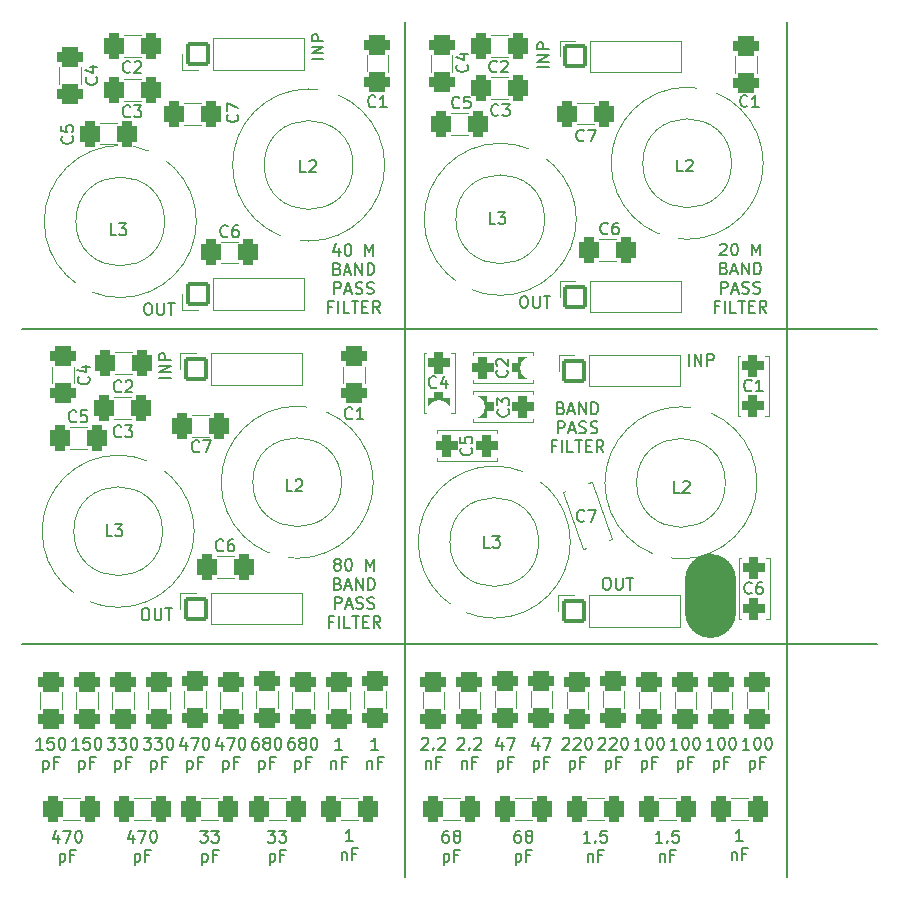
<source format=gbr>
%TF.GenerationSoftware,KiCad,Pcbnew,(6.0.11)*%
%TF.CreationDate,2023-08-20T10:05:32-05:00*%
%TF.ProjectId,SerialResonantFilter,53657269-616c-4526-9573-6f6e616e7446,rev?*%
%TF.SameCoordinates,Original*%
%TF.FileFunction,Legend,Top*%
%TF.FilePolarity,Positive*%
%FSLAX46Y46*%
G04 Gerber Fmt 4.6, Leading zero omitted, Abs format (unit mm)*
G04 Created by KiCad (PCBNEW (6.0.11)) date 2023-08-20 10:05:32*
%MOMM*%
%LPD*%
G01*
G04 APERTURE LIST*
G04 Aperture macros list*
%AMRoundRect*
0 Rectangle with rounded corners*
0 $1 Rounding radius*
0 $2 $3 $4 $5 $6 $7 $8 $9 X,Y pos of 4 corners*
0 Add a 4 corners polygon primitive as box body*
4,1,4,$2,$3,$4,$5,$6,$7,$8,$9,$2,$3,0*
0 Add four circle primitives for the rounded corners*
1,1,$1+$1,$2,$3*
1,1,$1+$1,$4,$5*
1,1,$1+$1,$6,$7*
1,1,$1+$1,$8,$9*
0 Add four rect primitives between the rounded corners*
20,1,$1+$1,$2,$3,$4,$5,0*
20,1,$1+$1,$4,$5,$6,$7,0*
20,1,$1+$1,$6,$7,$8,$9,0*
20,1,$1+$1,$8,$9,$2,$3,0*%
G04 Aperture macros list end*
%ADD10C,0.150000*%
%ADD11C,4.318000*%
%ADD12C,0.120000*%
%ADD13RoundRect,0.450000X-0.412500X-0.650000X0.412500X-0.650000X0.412500X0.650000X-0.412500X0.650000X0*%
%ADD14RoundRect,0.450000X-0.650000X0.412500X-0.650000X-0.412500X0.650000X-0.412500X0.650000X0.412500X0*%
%ADD15RoundRect,0.450000X0.412500X0.650000X-0.412500X0.650000X-0.412500X-0.650000X0.412500X-0.650000X0*%
%ADD16C,2.800000*%
%ADD17RoundRect,0.200000X0.850000X-0.850000X0.850000X0.850000X-0.850000X0.850000X-0.850000X-0.850000X0*%
%ADD18O,2.100000X2.100000*%
%ADD19RoundRect,0.450000X0.650000X-0.412500X0.650000X0.412500X-0.650000X0.412500X-0.650000X-0.412500X0*%
%ADD20C,2.000000*%
%ADD21RoundRect,0.581000X-0.488333X0.227713X-0.227713X-0.488333X0.488333X-0.227713X0.227713X0.488333X0*%
%ADD22RoundRect,0.581000X-0.381000X0.381000X-0.381000X-0.381000X0.381000X-0.381000X0.381000X0.381000X0*%
%ADD23RoundRect,0.581000X0.381000X0.381000X-0.381000X0.381000X-0.381000X-0.381000X0.381000X-0.381000X0*%
G04 APERTURE END LIST*
D10*
X143541714Y-109375380D02*
X142970285Y-109375380D01*
X143256000Y-109375380D02*
X143256000Y-108375380D01*
X143160761Y-108518238D01*
X143065523Y-108613476D01*
X142970285Y-108661095D01*
X142613142Y-110318714D02*
X142613142Y-110985380D01*
X142613142Y-110413952D02*
X142660761Y-110366333D01*
X142756000Y-110318714D01*
X142898857Y-110318714D01*
X142994095Y-110366333D01*
X143041714Y-110461571D01*
X143041714Y-110985380D01*
X143851238Y-110461571D02*
X143517904Y-110461571D01*
X143517904Y-110985380D02*
X143517904Y-109985380D01*
X143994095Y-109985380D01*
X176561714Y-109375380D02*
X175990285Y-109375380D01*
X176276000Y-109375380D02*
X176276000Y-108375380D01*
X176180761Y-108518238D01*
X176085523Y-108613476D01*
X175990285Y-108661095D01*
X175633142Y-110318714D02*
X175633142Y-110985380D01*
X175633142Y-110413952D02*
X175680761Y-110366333D01*
X175776000Y-110318714D01*
X175918857Y-110318714D01*
X176014095Y-110366333D01*
X176061714Y-110461571D01*
X176061714Y-110985380D01*
X176871238Y-110461571D02*
X176537904Y-110461571D01*
X176537904Y-110985380D02*
X176537904Y-109985380D01*
X177014095Y-109985380D01*
X169751428Y-109502380D02*
X169180000Y-109502380D01*
X169465714Y-109502380D02*
X169465714Y-108502380D01*
X169370476Y-108645238D01*
X169275238Y-108740476D01*
X169180000Y-108788095D01*
X170180000Y-109407142D02*
X170227619Y-109454761D01*
X170180000Y-109502380D01*
X170132380Y-109454761D01*
X170180000Y-109407142D01*
X170180000Y-109502380D01*
X171132380Y-108502380D02*
X170656190Y-108502380D01*
X170608571Y-108978571D01*
X170656190Y-108930952D01*
X170751428Y-108883333D01*
X170989523Y-108883333D01*
X171084761Y-108930952D01*
X171132380Y-108978571D01*
X171180000Y-109073809D01*
X171180000Y-109311904D01*
X171132380Y-109407142D01*
X171084761Y-109454761D01*
X170989523Y-109502380D01*
X170751428Y-109502380D01*
X170656190Y-109454761D01*
X170608571Y-109407142D01*
X169537142Y-110445714D02*
X169537142Y-111112380D01*
X169537142Y-110540952D02*
X169584761Y-110493333D01*
X169680000Y-110445714D01*
X169822857Y-110445714D01*
X169918095Y-110493333D01*
X169965714Y-110588571D01*
X169965714Y-111112380D01*
X170775238Y-110588571D02*
X170441904Y-110588571D01*
X170441904Y-111112380D02*
X170441904Y-110112380D01*
X170918095Y-110112380D01*
X163655428Y-109502380D02*
X163084000Y-109502380D01*
X163369714Y-109502380D02*
X163369714Y-108502380D01*
X163274476Y-108645238D01*
X163179238Y-108740476D01*
X163084000Y-108788095D01*
X164084000Y-109407142D02*
X164131619Y-109454761D01*
X164084000Y-109502380D01*
X164036380Y-109454761D01*
X164084000Y-109407142D01*
X164084000Y-109502380D01*
X165036380Y-108502380D02*
X164560190Y-108502380D01*
X164512571Y-108978571D01*
X164560190Y-108930952D01*
X164655428Y-108883333D01*
X164893523Y-108883333D01*
X164988761Y-108930952D01*
X165036380Y-108978571D01*
X165084000Y-109073809D01*
X165084000Y-109311904D01*
X165036380Y-109407142D01*
X164988761Y-109454761D01*
X164893523Y-109502380D01*
X164655428Y-109502380D01*
X164560190Y-109454761D01*
X164512571Y-109407142D01*
X163441142Y-110445714D02*
X163441142Y-111112380D01*
X163441142Y-110540952D02*
X163488761Y-110493333D01*
X163584000Y-110445714D01*
X163726857Y-110445714D01*
X163822095Y-110493333D01*
X163869714Y-110588571D01*
X163869714Y-111112380D01*
X164679238Y-110588571D02*
X164345904Y-110588571D01*
X164345904Y-111112380D02*
X164345904Y-110112380D01*
X164822095Y-110112380D01*
X157702285Y-108502380D02*
X157511809Y-108502380D01*
X157416571Y-108550000D01*
X157368952Y-108597619D01*
X157273714Y-108740476D01*
X157226095Y-108930952D01*
X157226095Y-109311904D01*
X157273714Y-109407142D01*
X157321333Y-109454761D01*
X157416571Y-109502380D01*
X157607047Y-109502380D01*
X157702285Y-109454761D01*
X157749904Y-109407142D01*
X157797523Y-109311904D01*
X157797523Y-109073809D01*
X157749904Y-108978571D01*
X157702285Y-108930952D01*
X157607047Y-108883333D01*
X157416571Y-108883333D01*
X157321333Y-108930952D01*
X157273714Y-108978571D01*
X157226095Y-109073809D01*
X158368952Y-108930952D02*
X158273714Y-108883333D01*
X158226095Y-108835714D01*
X158178476Y-108740476D01*
X158178476Y-108692857D01*
X158226095Y-108597619D01*
X158273714Y-108550000D01*
X158368952Y-108502380D01*
X158559428Y-108502380D01*
X158654666Y-108550000D01*
X158702285Y-108597619D01*
X158749904Y-108692857D01*
X158749904Y-108740476D01*
X158702285Y-108835714D01*
X158654666Y-108883333D01*
X158559428Y-108930952D01*
X158368952Y-108930952D01*
X158273714Y-108978571D01*
X158226095Y-109026190D01*
X158178476Y-109121428D01*
X158178476Y-109311904D01*
X158226095Y-109407142D01*
X158273714Y-109454761D01*
X158368952Y-109502380D01*
X158559428Y-109502380D01*
X158654666Y-109454761D01*
X158702285Y-109407142D01*
X158749904Y-109311904D01*
X158749904Y-109121428D01*
X158702285Y-109026190D01*
X158654666Y-108978571D01*
X158559428Y-108930952D01*
X157345142Y-110445714D02*
X157345142Y-111445714D01*
X157345142Y-110493333D02*
X157440380Y-110445714D01*
X157630857Y-110445714D01*
X157726095Y-110493333D01*
X157773714Y-110540952D01*
X157821333Y-110636190D01*
X157821333Y-110921904D01*
X157773714Y-111017142D01*
X157726095Y-111064761D01*
X157630857Y-111112380D01*
X157440380Y-111112380D01*
X157345142Y-111064761D01*
X158583238Y-110588571D02*
X158249904Y-110588571D01*
X158249904Y-111112380D02*
X158249904Y-110112380D01*
X158726095Y-110112380D01*
X151606285Y-108502380D02*
X151415809Y-108502380D01*
X151320571Y-108550000D01*
X151272952Y-108597619D01*
X151177714Y-108740476D01*
X151130095Y-108930952D01*
X151130095Y-109311904D01*
X151177714Y-109407142D01*
X151225333Y-109454761D01*
X151320571Y-109502380D01*
X151511047Y-109502380D01*
X151606285Y-109454761D01*
X151653904Y-109407142D01*
X151701523Y-109311904D01*
X151701523Y-109073809D01*
X151653904Y-108978571D01*
X151606285Y-108930952D01*
X151511047Y-108883333D01*
X151320571Y-108883333D01*
X151225333Y-108930952D01*
X151177714Y-108978571D01*
X151130095Y-109073809D01*
X152272952Y-108930952D02*
X152177714Y-108883333D01*
X152130095Y-108835714D01*
X152082476Y-108740476D01*
X152082476Y-108692857D01*
X152130095Y-108597619D01*
X152177714Y-108550000D01*
X152272952Y-108502380D01*
X152463428Y-108502380D01*
X152558666Y-108550000D01*
X152606285Y-108597619D01*
X152653904Y-108692857D01*
X152653904Y-108740476D01*
X152606285Y-108835714D01*
X152558666Y-108883333D01*
X152463428Y-108930952D01*
X152272952Y-108930952D01*
X152177714Y-108978571D01*
X152130095Y-109026190D01*
X152082476Y-109121428D01*
X152082476Y-109311904D01*
X152130095Y-109407142D01*
X152177714Y-109454761D01*
X152272952Y-109502380D01*
X152463428Y-109502380D01*
X152558666Y-109454761D01*
X152606285Y-109407142D01*
X152653904Y-109311904D01*
X152653904Y-109121428D01*
X152606285Y-109026190D01*
X152558666Y-108978571D01*
X152463428Y-108930952D01*
X151249142Y-110445714D02*
X151249142Y-111445714D01*
X151249142Y-110493333D02*
X151344380Y-110445714D01*
X151534857Y-110445714D01*
X151630095Y-110493333D01*
X151677714Y-110540952D01*
X151725333Y-110636190D01*
X151725333Y-110921904D01*
X151677714Y-111017142D01*
X151630095Y-111064761D01*
X151534857Y-111112380D01*
X151344380Y-111112380D01*
X151249142Y-111064761D01*
X152487238Y-110588571D02*
X152153904Y-110588571D01*
X152153904Y-111112380D02*
X152153904Y-110112380D01*
X152630095Y-110112380D01*
X136350476Y-108502380D02*
X136969523Y-108502380D01*
X136636190Y-108883333D01*
X136779047Y-108883333D01*
X136874285Y-108930952D01*
X136921904Y-108978571D01*
X136969523Y-109073809D01*
X136969523Y-109311904D01*
X136921904Y-109407142D01*
X136874285Y-109454761D01*
X136779047Y-109502380D01*
X136493333Y-109502380D01*
X136398095Y-109454761D01*
X136350476Y-109407142D01*
X137302857Y-108502380D02*
X137921904Y-108502380D01*
X137588571Y-108883333D01*
X137731428Y-108883333D01*
X137826666Y-108930952D01*
X137874285Y-108978571D01*
X137921904Y-109073809D01*
X137921904Y-109311904D01*
X137874285Y-109407142D01*
X137826666Y-109454761D01*
X137731428Y-109502380D01*
X137445714Y-109502380D01*
X137350476Y-109454761D01*
X137302857Y-109407142D01*
X136517142Y-110445714D02*
X136517142Y-111445714D01*
X136517142Y-110493333D02*
X136612380Y-110445714D01*
X136802857Y-110445714D01*
X136898095Y-110493333D01*
X136945714Y-110540952D01*
X136993333Y-110636190D01*
X136993333Y-110921904D01*
X136945714Y-111017142D01*
X136898095Y-111064761D01*
X136802857Y-111112380D01*
X136612380Y-111112380D01*
X136517142Y-111064761D01*
X137755238Y-110588571D02*
X137421904Y-110588571D01*
X137421904Y-111112380D02*
X137421904Y-110112380D01*
X137898095Y-110112380D01*
X130635476Y-108502380D02*
X131254523Y-108502380D01*
X130921190Y-108883333D01*
X131064047Y-108883333D01*
X131159285Y-108930952D01*
X131206904Y-108978571D01*
X131254523Y-109073809D01*
X131254523Y-109311904D01*
X131206904Y-109407142D01*
X131159285Y-109454761D01*
X131064047Y-109502380D01*
X130778333Y-109502380D01*
X130683095Y-109454761D01*
X130635476Y-109407142D01*
X131587857Y-108502380D02*
X132206904Y-108502380D01*
X131873571Y-108883333D01*
X132016428Y-108883333D01*
X132111666Y-108930952D01*
X132159285Y-108978571D01*
X132206904Y-109073809D01*
X132206904Y-109311904D01*
X132159285Y-109407142D01*
X132111666Y-109454761D01*
X132016428Y-109502380D01*
X131730714Y-109502380D01*
X131635476Y-109454761D01*
X131587857Y-109407142D01*
X130802142Y-110445714D02*
X130802142Y-111445714D01*
X130802142Y-110493333D02*
X130897380Y-110445714D01*
X131087857Y-110445714D01*
X131183095Y-110493333D01*
X131230714Y-110540952D01*
X131278333Y-110636190D01*
X131278333Y-110921904D01*
X131230714Y-111017142D01*
X131183095Y-111064761D01*
X131087857Y-111112380D01*
X130897380Y-111112380D01*
X130802142Y-111064761D01*
X132040238Y-110588571D02*
X131706904Y-110588571D01*
X131706904Y-111112380D02*
X131706904Y-110112380D01*
X132183095Y-110112380D01*
X124968095Y-108835714D02*
X124968095Y-109502380D01*
X124730000Y-108454761D02*
X124491904Y-109169047D01*
X125110952Y-109169047D01*
X125396666Y-108502380D02*
X126063333Y-108502380D01*
X125634761Y-109502380D01*
X126634761Y-108502380D02*
X126730000Y-108502380D01*
X126825238Y-108550000D01*
X126872857Y-108597619D01*
X126920476Y-108692857D01*
X126968095Y-108883333D01*
X126968095Y-109121428D01*
X126920476Y-109311904D01*
X126872857Y-109407142D01*
X126825238Y-109454761D01*
X126730000Y-109502380D01*
X126634761Y-109502380D01*
X126539523Y-109454761D01*
X126491904Y-109407142D01*
X126444285Y-109311904D01*
X126396666Y-109121428D01*
X126396666Y-108883333D01*
X126444285Y-108692857D01*
X126491904Y-108597619D01*
X126539523Y-108550000D01*
X126634761Y-108502380D01*
X125087142Y-110445714D02*
X125087142Y-111445714D01*
X125087142Y-110493333D02*
X125182380Y-110445714D01*
X125372857Y-110445714D01*
X125468095Y-110493333D01*
X125515714Y-110540952D01*
X125563333Y-110636190D01*
X125563333Y-110921904D01*
X125515714Y-111017142D01*
X125468095Y-111064761D01*
X125372857Y-111112380D01*
X125182380Y-111112380D01*
X125087142Y-111064761D01*
X126325238Y-110588571D02*
X125991904Y-110588571D01*
X125991904Y-111112380D02*
X125991904Y-110112380D01*
X126468095Y-110112380D01*
X118618095Y-108835714D02*
X118618095Y-109502380D01*
X118380000Y-108454761D02*
X118141904Y-109169047D01*
X118760952Y-109169047D01*
X119046666Y-108502380D02*
X119713333Y-108502380D01*
X119284761Y-109502380D01*
X120284761Y-108502380D02*
X120380000Y-108502380D01*
X120475238Y-108550000D01*
X120522857Y-108597619D01*
X120570476Y-108692857D01*
X120618095Y-108883333D01*
X120618095Y-109121428D01*
X120570476Y-109311904D01*
X120522857Y-109407142D01*
X120475238Y-109454761D01*
X120380000Y-109502380D01*
X120284761Y-109502380D01*
X120189523Y-109454761D01*
X120141904Y-109407142D01*
X120094285Y-109311904D01*
X120046666Y-109121428D01*
X120046666Y-108883333D01*
X120094285Y-108692857D01*
X120141904Y-108597619D01*
X120189523Y-108550000D01*
X120284761Y-108502380D01*
X118737142Y-110445714D02*
X118737142Y-111445714D01*
X118737142Y-110493333D02*
X118832380Y-110445714D01*
X119022857Y-110445714D01*
X119118095Y-110493333D01*
X119165714Y-110540952D01*
X119213333Y-110636190D01*
X119213333Y-110921904D01*
X119165714Y-111017142D01*
X119118095Y-111064761D01*
X119022857Y-111112380D01*
X118832380Y-111112380D01*
X118737142Y-111064761D01*
X119975238Y-110588571D02*
X119641904Y-110588571D01*
X119641904Y-111112380D02*
X119641904Y-110112380D01*
X120118095Y-110112380D01*
X147955000Y-40005000D02*
X147955000Y-112395000D01*
X180340000Y-40005000D02*
X180340000Y-112395000D01*
X115570000Y-66040000D02*
X187960000Y-66040000D01*
X115570000Y-92710000D02*
X187960000Y-92710000D01*
D11*
X173820000Y-87210000D02*
X173820000Y-90004000D01*
D10*
X153559142Y-76078503D02*
X153606761Y-76126122D01*
X153654380Y-76268979D01*
X153654380Y-76364217D01*
X153606761Y-76507075D01*
X153511523Y-76602313D01*
X153416285Y-76649932D01*
X153225809Y-76697551D01*
X153082952Y-76697551D01*
X152892476Y-76649932D01*
X152797238Y-76602313D01*
X152702000Y-76507075D01*
X152654380Y-76364217D01*
X152654380Y-76268979D01*
X152702000Y-76126122D01*
X152749619Y-76078503D01*
X152654380Y-75173741D02*
X152654380Y-75649932D01*
X153130571Y-75697551D01*
X153082952Y-75649932D01*
X153035333Y-75554694D01*
X153035333Y-75316598D01*
X153082952Y-75221360D01*
X153130571Y-75173741D01*
X153225809Y-75126122D01*
X153463904Y-75126122D01*
X153559142Y-75173741D01*
X153606761Y-75221360D01*
X153654380Y-75316598D01*
X153654380Y-75554694D01*
X153606761Y-75649932D01*
X153559142Y-75697551D01*
X177315995Y-88364392D02*
X177268376Y-88412011D01*
X177125519Y-88459630D01*
X177030281Y-88459630D01*
X176887423Y-88412011D01*
X176792185Y-88316773D01*
X176744566Y-88221535D01*
X176696947Y-88031059D01*
X176696947Y-87888202D01*
X176744566Y-87697726D01*
X176792185Y-87602488D01*
X176887423Y-87507250D01*
X177030281Y-87459630D01*
X177125519Y-87459630D01*
X177268376Y-87507250D01*
X177315995Y-87554869D01*
X178173138Y-87459630D02*
X177982662Y-87459630D01*
X177887423Y-87507250D01*
X177839804Y-87554869D01*
X177744566Y-87697726D01*
X177696947Y-87888202D01*
X177696947Y-88269154D01*
X177744566Y-88364392D01*
X177792185Y-88412011D01*
X177887423Y-88459630D01*
X178077900Y-88459630D01*
X178173138Y-88412011D01*
X178220757Y-88364392D01*
X178268376Y-88269154D01*
X178268376Y-88031059D01*
X178220757Y-87935821D01*
X178173138Y-87888202D01*
X178077900Y-87840583D01*
X177887423Y-87840583D01*
X177792185Y-87888202D01*
X177744566Y-87935821D01*
X177696947Y-88031059D01*
X123516671Y-58086967D02*
X123040480Y-58086967D01*
X123040480Y-57086967D01*
X123754766Y-57086967D02*
X124373814Y-57086967D01*
X124040480Y-57467920D01*
X124183338Y-57467920D01*
X124278576Y-57515539D01*
X124326195Y-57563158D01*
X124373814Y-57658396D01*
X124373814Y-57896491D01*
X124326195Y-57991729D01*
X124278576Y-58039348D01*
X124183338Y-58086967D01*
X123897623Y-58086967D01*
X123802385Y-58039348D01*
X123754766Y-57991729D01*
X117316333Y-101628380D02*
X116744904Y-101628380D01*
X117030619Y-101628380D02*
X117030619Y-100628380D01*
X116935380Y-100771238D01*
X116840142Y-100866476D01*
X116744904Y-100914095D01*
X118221095Y-100628380D02*
X117744904Y-100628380D01*
X117697285Y-101104571D01*
X117744904Y-101056952D01*
X117840142Y-101009333D01*
X118078238Y-101009333D01*
X118173476Y-101056952D01*
X118221095Y-101104571D01*
X118268714Y-101199809D01*
X118268714Y-101437904D01*
X118221095Y-101533142D01*
X118173476Y-101580761D01*
X118078238Y-101628380D01*
X117840142Y-101628380D01*
X117744904Y-101580761D01*
X117697285Y-101533142D01*
X118887761Y-100628380D02*
X118983000Y-100628380D01*
X119078238Y-100676000D01*
X119125857Y-100723619D01*
X119173476Y-100818857D01*
X119221095Y-101009333D01*
X119221095Y-101247428D01*
X119173476Y-101437904D01*
X119125857Y-101533142D01*
X119078238Y-101580761D01*
X118983000Y-101628380D01*
X118887761Y-101628380D01*
X118792523Y-101580761D01*
X118744904Y-101533142D01*
X118697285Y-101437904D01*
X118649666Y-101247428D01*
X118649666Y-101009333D01*
X118697285Y-100818857D01*
X118744904Y-100723619D01*
X118792523Y-100676000D01*
X118887761Y-100628380D01*
X117340142Y-102571714D02*
X117340142Y-103571714D01*
X117340142Y-102619333D02*
X117435380Y-102571714D01*
X117625857Y-102571714D01*
X117721095Y-102619333D01*
X117768714Y-102666952D01*
X117816333Y-102762190D01*
X117816333Y-103047904D01*
X117768714Y-103143142D01*
X117721095Y-103190761D01*
X117625857Y-103238380D01*
X117435380Y-103238380D01*
X117340142Y-103190761D01*
X118578238Y-102714571D02*
X118244904Y-102714571D01*
X118244904Y-103238380D02*
X118244904Y-102238380D01*
X118721095Y-102238380D01*
X120134671Y-73825729D02*
X120087052Y-73873348D01*
X119944195Y-73920967D01*
X119848957Y-73920967D01*
X119706099Y-73873348D01*
X119610861Y-73778110D01*
X119563242Y-73682872D01*
X119515623Y-73492396D01*
X119515623Y-73349539D01*
X119563242Y-73159063D01*
X119610861Y-73063825D01*
X119706099Y-72968587D01*
X119848957Y-72920967D01*
X119944195Y-72920967D01*
X120087052Y-72968587D01*
X120134671Y-73016206D01*
X121039433Y-72920967D02*
X120563242Y-72920967D01*
X120515623Y-73397158D01*
X120563242Y-73349539D01*
X120658480Y-73301920D01*
X120896576Y-73301920D01*
X120991814Y-73349539D01*
X121039433Y-73397158D01*
X121087052Y-73492396D01*
X121087052Y-73730491D01*
X121039433Y-73825729D01*
X120991814Y-73873348D01*
X120896576Y-73920967D01*
X120658480Y-73920967D01*
X120563242Y-73873348D01*
X120515623Y-73825729D01*
X163106671Y-50053566D02*
X163059052Y-50101185D01*
X162916195Y-50148804D01*
X162820957Y-50148804D01*
X162678099Y-50101185D01*
X162582861Y-50005947D01*
X162535242Y-49910709D01*
X162487623Y-49720233D01*
X162487623Y-49577376D01*
X162535242Y-49386900D01*
X162582861Y-49291662D01*
X162678099Y-49196424D01*
X162820957Y-49148804D01*
X162916195Y-49148804D01*
X163059052Y-49196424D01*
X163106671Y-49244043D01*
X163440004Y-49148804D02*
X164106671Y-49148804D01*
X163678099Y-50148804D01*
X125905338Y-89684967D02*
X126095814Y-89684967D01*
X126191052Y-89732587D01*
X126286290Y-89827825D01*
X126333909Y-90018301D01*
X126333909Y-90351634D01*
X126286290Y-90542110D01*
X126191052Y-90637348D01*
X126095814Y-90684967D01*
X125905338Y-90684967D01*
X125810099Y-90637348D01*
X125714861Y-90542110D01*
X125667242Y-90351634D01*
X125667242Y-90018301D01*
X125714861Y-89827825D01*
X125810099Y-89732587D01*
X125905338Y-89684967D01*
X126762480Y-89684967D02*
X126762480Y-90494491D01*
X126810099Y-90589729D01*
X126857718Y-90637348D01*
X126952957Y-90684967D01*
X127143433Y-90684967D01*
X127238671Y-90637348D01*
X127286290Y-90589729D01*
X127333909Y-90494491D01*
X127333909Y-89684967D01*
X127667242Y-89684967D02*
X128238671Y-89684967D01*
X127952957Y-90684967D02*
X127952957Y-89684967D01*
X122793285Y-100628380D02*
X123412333Y-100628380D01*
X123079000Y-101009333D01*
X123221857Y-101009333D01*
X123317095Y-101056952D01*
X123364714Y-101104571D01*
X123412333Y-101199809D01*
X123412333Y-101437904D01*
X123364714Y-101533142D01*
X123317095Y-101580761D01*
X123221857Y-101628380D01*
X122936142Y-101628380D01*
X122840904Y-101580761D01*
X122793285Y-101533142D01*
X123745666Y-100628380D02*
X124364714Y-100628380D01*
X124031380Y-101009333D01*
X124174238Y-101009333D01*
X124269476Y-101056952D01*
X124317095Y-101104571D01*
X124364714Y-101199809D01*
X124364714Y-101437904D01*
X124317095Y-101533142D01*
X124269476Y-101580761D01*
X124174238Y-101628380D01*
X123888523Y-101628380D01*
X123793285Y-101580761D01*
X123745666Y-101533142D01*
X124983761Y-100628380D02*
X125079000Y-100628380D01*
X125174238Y-100676000D01*
X125221857Y-100723619D01*
X125269476Y-100818857D01*
X125317095Y-101009333D01*
X125317095Y-101247428D01*
X125269476Y-101437904D01*
X125221857Y-101533142D01*
X125174238Y-101580761D01*
X125079000Y-101628380D01*
X124983761Y-101628380D01*
X124888523Y-101580761D01*
X124840904Y-101533142D01*
X124793285Y-101437904D01*
X124745666Y-101247428D01*
X124745666Y-101009333D01*
X124793285Y-100818857D01*
X124840904Y-100723619D01*
X124888523Y-100676000D01*
X124983761Y-100628380D01*
X123436142Y-102571714D02*
X123436142Y-103571714D01*
X123436142Y-102619333D02*
X123531380Y-102571714D01*
X123721857Y-102571714D01*
X123817095Y-102619333D01*
X123864714Y-102666952D01*
X123912333Y-102762190D01*
X123912333Y-103047904D01*
X123864714Y-103143142D01*
X123817095Y-103190761D01*
X123721857Y-103238380D01*
X123531380Y-103238380D01*
X123436142Y-103190761D01*
X124674238Y-102714571D02*
X124340904Y-102714571D01*
X124340904Y-103238380D02*
X124340904Y-102238380D01*
X124817095Y-102238380D01*
X164957662Y-87084630D02*
X165148138Y-87084630D01*
X165243376Y-87132250D01*
X165338614Y-87227488D01*
X165386233Y-87417964D01*
X165386233Y-87751297D01*
X165338614Y-87941773D01*
X165243376Y-88037011D01*
X165148138Y-88084630D01*
X164957662Y-88084630D01*
X164862423Y-88037011D01*
X164767185Y-87941773D01*
X164719566Y-87751297D01*
X164719566Y-87417964D01*
X164767185Y-87227488D01*
X164862423Y-87132250D01*
X164957662Y-87084630D01*
X165814804Y-87084630D02*
X165814804Y-87894154D01*
X165862423Y-87989392D01*
X165910042Y-88037011D01*
X166005281Y-88084630D01*
X166195757Y-88084630D01*
X166290995Y-88037011D01*
X166338614Y-87989392D01*
X166386233Y-87894154D01*
X166386233Y-87084630D01*
X166719566Y-87084630D02*
X167290995Y-87084630D01*
X167005281Y-88084630D02*
X167005281Y-87084630D01*
X138557095Y-100628380D02*
X138366619Y-100628380D01*
X138271380Y-100676000D01*
X138223761Y-100723619D01*
X138128523Y-100866476D01*
X138080904Y-101056952D01*
X138080904Y-101437904D01*
X138128523Y-101533142D01*
X138176142Y-101580761D01*
X138271380Y-101628380D01*
X138461857Y-101628380D01*
X138557095Y-101580761D01*
X138604714Y-101533142D01*
X138652333Y-101437904D01*
X138652333Y-101199809D01*
X138604714Y-101104571D01*
X138557095Y-101056952D01*
X138461857Y-101009333D01*
X138271380Y-101009333D01*
X138176142Y-101056952D01*
X138128523Y-101104571D01*
X138080904Y-101199809D01*
X139223761Y-101056952D02*
X139128523Y-101009333D01*
X139080904Y-100961714D01*
X139033285Y-100866476D01*
X139033285Y-100818857D01*
X139080904Y-100723619D01*
X139128523Y-100676000D01*
X139223761Y-100628380D01*
X139414238Y-100628380D01*
X139509476Y-100676000D01*
X139557095Y-100723619D01*
X139604714Y-100818857D01*
X139604714Y-100866476D01*
X139557095Y-100961714D01*
X139509476Y-101009333D01*
X139414238Y-101056952D01*
X139223761Y-101056952D01*
X139128523Y-101104571D01*
X139080904Y-101152190D01*
X139033285Y-101247428D01*
X139033285Y-101437904D01*
X139080904Y-101533142D01*
X139128523Y-101580761D01*
X139223761Y-101628380D01*
X139414238Y-101628380D01*
X139509476Y-101580761D01*
X139557095Y-101533142D01*
X139604714Y-101437904D01*
X139604714Y-101247428D01*
X139557095Y-101152190D01*
X139509476Y-101104571D01*
X139414238Y-101056952D01*
X140223761Y-100628380D02*
X140319000Y-100628380D01*
X140414238Y-100676000D01*
X140461857Y-100723619D01*
X140509476Y-100818857D01*
X140557095Y-101009333D01*
X140557095Y-101247428D01*
X140509476Y-101437904D01*
X140461857Y-101533142D01*
X140414238Y-101580761D01*
X140319000Y-101628380D01*
X140223761Y-101628380D01*
X140128523Y-101580761D01*
X140080904Y-101533142D01*
X140033285Y-101437904D01*
X139985666Y-101247428D01*
X139985666Y-101009333D01*
X140033285Y-100818857D01*
X140080904Y-100723619D01*
X140128523Y-100676000D01*
X140223761Y-100628380D01*
X138676142Y-102571714D02*
X138676142Y-103571714D01*
X138676142Y-102619333D02*
X138771380Y-102571714D01*
X138961857Y-102571714D01*
X139057095Y-102619333D01*
X139104714Y-102666952D01*
X139152333Y-102762190D01*
X139152333Y-103047904D01*
X139104714Y-103143142D01*
X139057095Y-103190761D01*
X138961857Y-103238380D01*
X138771380Y-103238380D01*
X138676142Y-103190761D01*
X139914238Y-102714571D02*
X139580904Y-102714571D01*
X139580904Y-103238380D02*
X139580904Y-102238380D01*
X140057095Y-102238380D01*
X161179047Y-72706408D02*
X161321904Y-72754027D01*
X161369523Y-72801646D01*
X161417142Y-72896884D01*
X161417142Y-73039741D01*
X161369523Y-73134979D01*
X161321904Y-73182598D01*
X161226666Y-73230217D01*
X160845714Y-73230217D01*
X160845714Y-72230217D01*
X161179047Y-72230217D01*
X161274285Y-72277837D01*
X161321904Y-72325456D01*
X161369523Y-72420694D01*
X161369523Y-72515932D01*
X161321904Y-72611170D01*
X161274285Y-72658789D01*
X161179047Y-72706408D01*
X160845714Y-72706408D01*
X161798095Y-72944503D02*
X162274285Y-72944503D01*
X161702857Y-73230217D02*
X162036190Y-72230217D01*
X162369523Y-73230217D01*
X162702857Y-73230217D02*
X162702857Y-72230217D01*
X163274285Y-73230217D01*
X163274285Y-72230217D01*
X163750476Y-73230217D02*
X163750476Y-72230217D01*
X163988571Y-72230217D01*
X164131428Y-72277837D01*
X164226666Y-72373075D01*
X164274285Y-72468313D01*
X164321904Y-72658789D01*
X164321904Y-72801646D01*
X164274285Y-72992122D01*
X164226666Y-73087360D01*
X164131428Y-73182598D01*
X163988571Y-73230217D01*
X163750476Y-73230217D01*
X160917142Y-74840217D02*
X160917142Y-73840217D01*
X161298095Y-73840217D01*
X161393333Y-73887837D01*
X161440952Y-73935456D01*
X161488571Y-74030694D01*
X161488571Y-74173551D01*
X161440952Y-74268789D01*
X161393333Y-74316408D01*
X161298095Y-74364027D01*
X160917142Y-74364027D01*
X161869523Y-74554503D02*
X162345714Y-74554503D01*
X161774285Y-74840217D02*
X162107619Y-73840217D01*
X162440952Y-74840217D01*
X162726666Y-74792598D02*
X162869523Y-74840217D01*
X163107619Y-74840217D01*
X163202857Y-74792598D01*
X163250476Y-74744979D01*
X163298095Y-74649741D01*
X163298095Y-74554503D01*
X163250476Y-74459265D01*
X163202857Y-74411646D01*
X163107619Y-74364027D01*
X162917142Y-74316408D01*
X162821904Y-74268789D01*
X162774285Y-74221170D01*
X162726666Y-74125932D01*
X162726666Y-74030694D01*
X162774285Y-73935456D01*
X162821904Y-73887837D01*
X162917142Y-73840217D01*
X163155238Y-73840217D01*
X163298095Y-73887837D01*
X163679047Y-74792598D02*
X163821904Y-74840217D01*
X164060000Y-74840217D01*
X164155238Y-74792598D01*
X164202857Y-74744979D01*
X164250476Y-74649741D01*
X164250476Y-74554503D01*
X164202857Y-74459265D01*
X164155238Y-74411646D01*
X164060000Y-74364027D01*
X163869523Y-74316408D01*
X163774285Y-74268789D01*
X163726666Y-74221170D01*
X163679047Y-74125932D01*
X163679047Y-74030694D01*
X163726666Y-73935456D01*
X163774285Y-73887837D01*
X163869523Y-73840217D01*
X164107619Y-73840217D01*
X164250476Y-73887837D01*
X160726666Y-75926408D02*
X160393333Y-75926408D01*
X160393333Y-76450217D02*
X160393333Y-75450217D01*
X160869523Y-75450217D01*
X161250476Y-76450217D02*
X161250476Y-75450217D01*
X162202857Y-76450217D02*
X161726666Y-76450217D01*
X161726666Y-75450217D01*
X162393333Y-75450217D02*
X162964761Y-75450217D01*
X162679047Y-76450217D02*
X162679047Y-75450217D01*
X163298095Y-75926408D02*
X163631428Y-75926408D01*
X163774285Y-76450217D02*
X163298095Y-76450217D01*
X163298095Y-75450217D01*
X163774285Y-75450217D01*
X164774285Y-76450217D02*
X164440952Y-75974027D01*
X164202857Y-76450217D02*
X164202857Y-75450217D01*
X164583809Y-75450217D01*
X164679047Y-75497837D01*
X164726666Y-75545456D01*
X164774285Y-75640694D01*
X164774285Y-75783551D01*
X164726666Y-75878789D01*
X164679047Y-75926408D01*
X164583809Y-75974027D01*
X164202857Y-75974027D01*
X156689804Y-72823916D02*
X156737423Y-72871535D01*
X156785042Y-73014392D01*
X156785042Y-73109630D01*
X156737423Y-73252488D01*
X156642185Y-73347726D01*
X156546947Y-73395345D01*
X156356471Y-73442964D01*
X156213614Y-73442964D01*
X156023138Y-73395345D01*
X155927900Y-73347726D01*
X155832662Y-73252488D01*
X155785042Y-73109630D01*
X155785042Y-73014392D01*
X155832662Y-72871535D01*
X155880281Y-72823916D01*
X155785042Y-72490583D02*
X155785042Y-71871535D01*
X156165995Y-72204869D01*
X156165995Y-72062011D01*
X156213614Y-71966773D01*
X156261233Y-71919154D01*
X156356471Y-71871535D01*
X156594566Y-71871535D01*
X156689804Y-71919154D01*
X156737423Y-71966773D01*
X156785042Y-72062011D01*
X156785042Y-72347726D01*
X156737423Y-72442964D01*
X156689804Y-72490583D01*
X142385242Y-59165301D02*
X142385242Y-59831967D01*
X142147147Y-58784348D02*
X141909052Y-59498634D01*
X142528099Y-59498634D01*
X143099528Y-58831967D02*
X143194766Y-58831967D01*
X143290004Y-58879587D01*
X143337623Y-58927206D01*
X143385242Y-59022444D01*
X143432861Y-59212920D01*
X143432861Y-59451015D01*
X143385242Y-59641491D01*
X143337623Y-59736729D01*
X143290004Y-59784348D01*
X143194766Y-59831967D01*
X143099528Y-59831967D01*
X143004290Y-59784348D01*
X142956671Y-59736729D01*
X142909052Y-59641491D01*
X142861433Y-59451015D01*
X142861433Y-59212920D01*
X142909052Y-59022444D01*
X142956671Y-58927206D01*
X143004290Y-58879587D01*
X143099528Y-58831967D01*
X144623338Y-59831967D02*
X144623338Y-58831967D01*
X144956671Y-59546253D01*
X145290004Y-58831967D01*
X145290004Y-59831967D01*
X142242385Y-60918158D02*
X142385242Y-60965777D01*
X142432861Y-61013396D01*
X142480480Y-61108634D01*
X142480480Y-61251491D01*
X142432861Y-61346729D01*
X142385242Y-61394348D01*
X142290004Y-61441967D01*
X141909052Y-61441967D01*
X141909052Y-60441967D01*
X142242385Y-60441967D01*
X142337623Y-60489587D01*
X142385242Y-60537206D01*
X142432861Y-60632444D01*
X142432861Y-60727682D01*
X142385242Y-60822920D01*
X142337623Y-60870539D01*
X142242385Y-60918158D01*
X141909052Y-60918158D01*
X142861433Y-61156253D02*
X143337623Y-61156253D01*
X142766195Y-61441967D02*
X143099528Y-60441967D01*
X143432861Y-61441967D01*
X143766195Y-61441967D02*
X143766195Y-60441967D01*
X144337623Y-61441967D01*
X144337623Y-60441967D01*
X144813814Y-61441967D02*
X144813814Y-60441967D01*
X145051909Y-60441967D01*
X145194766Y-60489587D01*
X145290004Y-60584825D01*
X145337623Y-60680063D01*
X145385242Y-60870539D01*
X145385242Y-61013396D01*
X145337623Y-61203872D01*
X145290004Y-61299110D01*
X145194766Y-61394348D01*
X145051909Y-61441967D01*
X144813814Y-61441967D01*
X141980480Y-63051967D02*
X141980480Y-62051967D01*
X142361433Y-62051967D01*
X142456671Y-62099587D01*
X142504290Y-62147206D01*
X142551909Y-62242444D01*
X142551909Y-62385301D01*
X142504290Y-62480539D01*
X142456671Y-62528158D01*
X142361433Y-62575777D01*
X141980480Y-62575777D01*
X142932861Y-62766253D02*
X143409052Y-62766253D01*
X142837623Y-63051967D02*
X143170957Y-62051967D01*
X143504290Y-63051967D01*
X143790004Y-63004348D02*
X143932861Y-63051967D01*
X144170957Y-63051967D01*
X144266195Y-63004348D01*
X144313814Y-62956729D01*
X144361433Y-62861491D01*
X144361433Y-62766253D01*
X144313814Y-62671015D01*
X144266195Y-62623396D01*
X144170957Y-62575777D01*
X143980480Y-62528158D01*
X143885242Y-62480539D01*
X143837623Y-62432920D01*
X143790004Y-62337682D01*
X143790004Y-62242444D01*
X143837623Y-62147206D01*
X143885242Y-62099587D01*
X143980480Y-62051967D01*
X144218576Y-62051967D01*
X144361433Y-62099587D01*
X144742385Y-63004348D02*
X144885242Y-63051967D01*
X145123338Y-63051967D01*
X145218576Y-63004348D01*
X145266195Y-62956729D01*
X145313814Y-62861491D01*
X145313814Y-62766253D01*
X145266195Y-62671015D01*
X145218576Y-62623396D01*
X145123338Y-62575777D01*
X144932861Y-62528158D01*
X144837623Y-62480539D01*
X144790004Y-62432920D01*
X144742385Y-62337682D01*
X144742385Y-62242444D01*
X144790004Y-62147206D01*
X144837623Y-62099587D01*
X144932861Y-62051967D01*
X145170957Y-62051967D01*
X145313814Y-62099587D01*
X141790004Y-64138158D02*
X141456671Y-64138158D01*
X141456671Y-64661967D02*
X141456671Y-63661967D01*
X141932861Y-63661967D01*
X142313814Y-64661967D02*
X142313814Y-63661967D01*
X143266195Y-64661967D02*
X142790004Y-64661967D01*
X142790004Y-63661967D01*
X143456671Y-63661967D02*
X144028099Y-63661967D01*
X143742385Y-64661967D02*
X143742385Y-63661967D01*
X144361433Y-64138158D02*
X144694766Y-64138158D01*
X144837623Y-64661967D02*
X144361433Y-64661967D01*
X144361433Y-63661967D01*
X144837623Y-63661967D01*
X145837623Y-64661967D02*
X145504290Y-64185777D01*
X145266195Y-64661967D02*
X145266195Y-63661967D01*
X145647147Y-63661967D01*
X145742385Y-63709587D01*
X145790004Y-63757206D01*
X145837623Y-63852444D01*
X145837623Y-63995301D01*
X145790004Y-64090539D01*
X145742385Y-64138158D01*
X145647147Y-64185777D01*
X145266195Y-64185777D01*
X120364333Y-101628380D02*
X119792904Y-101628380D01*
X120078619Y-101628380D02*
X120078619Y-100628380D01*
X119983380Y-100771238D01*
X119888142Y-100866476D01*
X119792904Y-100914095D01*
X121269095Y-100628380D02*
X120792904Y-100628380D01*
X120745285Y-101104571D01*
X120792904Y-101056952D01*
X120888142Y-101009333D01*
X121126238Y-101009333D01*
X121221476Y-101056952D01*
X121269095Y-101104571D01*
X121316714Y-101199809D01*
X121316714Y-101437904D01*
X121269095Y-101533142D01*
X121221476Y-101580761D01*
X121126238Y-101628380D01*
X120888142Y-101628380D01*
X120792904Y-101580761D01*
X120745285Y-101533142D01*
X121935761Y-100628380D02*
X122031000Y-100628380D01*
X122126238Y-100676000D01*
X122173857Y-100723619D01*
X122221476Y-100818857D01*
X122269095Y-101009333D01*
X122269095Y-101247428D01*
X122221476Y-101437904D01*
X122173857Y-101533142D01*
X122126238Y-101580761D01*
X122031000Y-101628380D01*
X121935761Y-101628380D01*
X121840523Y-101580761D01*
X121792904Y-101533142D01*
X121745285Y-101437904D01*
X121697666Y-101247428D01*
X121697666Y-101009333D01*
X121745285Y-100818857D01*
X121792904Y-100723619D01*
X121840523Y-100676000D01*
X121935761Y-100628380D01*
X120388142Y-102571714D02*
X120388142Y-103571714D01*
X120388142Y-102619333D02*
X120483380Y-102571714D01*
X120673857Y-102571714D01*
X120769095Y-102619333D01*
X120816714Y-102666952D01*
X120864333Y-102762190D01*
X120864333Y-103047904D01*
X120816714Y-103143142D01*
X120769095Y-103190761D01*
X120673857Y-103238380D01*
X120483380Y-103238380D01*
X120388142Y-103190761D01*
X121626238Y-102714571D02*
X121292904Y-102714571D01*
X121292904Y-103238380D02*
X121292904Y-102238380D01*
X121769095Y-102238380D01*
X177133333Y-101628380D02*
X176561904Y-101628380D01*
X176847619Y-101628380D02*
X176847619Y-100628380D01*
X176752380Y-100771238D01*
X176657142Y-100866476D01*
X176561904Y-100914095D01*
X177752380Y-100628380D02*
X177847619Y-100628380D01*
X177942857Y-100676000D01*
X177990476Y-100723619D01*
X178038095Y-100818857D01*
X178085714Y-101009333D01*
X178085714Y-101247428D01*
X178038095Y-101437904D01*
X177990476Y-101533142D01*
X177942857Y-101580761D01*
X177847619Y-101628380D01*
X177752380Y-101628380D01*
X177657142Y-101580761D01*
X177609523Y-101533142D01*
X177561904Y-101437904D01*
X177514285Y-101247428D01*
X177514285Y-101009333D01*
X177561904Y-100818857D01*
X177609523Y-100723619D01*
X177657142Y-100676000D01*
X177752380Y-100628380D01*
X178704761Y-100628380D02*
X178800000Y-100628380D01*
X178895238Y-100676000D01*
X178942857Y-100723619D01*
X178990476Y-100818857D01*
X179038095Y-101009333D01*
X179038095Y-101247428D01*
X178990476Y-101437904D01*
X178942857Y-101533142D01*
X178895238Y-101580761D01*
X178800000Y-101628380D01*
X178704761Y-101628380D01*
X178609523Y-101580761D01*
X178561904Y-101533142D01*
X178514285Y-101437904D01*
X178466666Y-101247428D01*
X178466666Y-101009333D01*
X178514285Y-100818857D01*
X178561904Y-100723619D01*
X178609523Y-100676000D01*
X178704761Y-100628380D01*
X177157142Y-102571714D02*
X177157142Y-103571714D01*
X177157142Y-102619333D02*
X177252380Y-102571714D01*
X177442857Y-102571714D01*
X177538095Y-102619333D01*
X177585714Y-102666952D01*
X177633333Y-102762190D01*
X177633333Y-103047904D01*
X177585714Y-103143142D01*
X177538095Y-103190761D01*
X177442857Y-103238380D01*
X177252380Y-103238380D01*
X177157142Y-103190761D01*
X178395238Y-102714571D02*
X178061904Y-102714571D01*
X178061904Y-103238380D02*
X178061904Y-102238380D01*
X178538095Y-102238380D01*
X121166480Y-70079253D02*
X121214099Y-70126872D01*
X121261718Y-70269729D01*
X121261718Y-70364967D01*
X121214099Y-70507825D01*
X121118861Y-70603063D01*
X121023623Y-70650682D01*
X120833147Y-70698301D01*
X120690290Y-70698301D01*
X120499814Y-70650682D01*
X120404576Y-70603063D01*
X120309338Y-70507825D01*
X120261718Y-70364967D01*
X120261718Y-70269729D01*
X120309338Y-70126872D01*
X120356957Y-70079253D01*
X120595052Y-69222110D02*
X121261718Y-69222110D01*
X120214099Y-69460206D02*
X120928385Y-69698301D01*
X120928385Y-69079253D01*
X155140995Y-84534630D02*
X154664804Y-84534630D01*
X154664804Y-83534630D01*
X155379090Y-83534630D02*
X155998138Y-83534630D01*
X155664804Y-83915583D01*
X155807662Y-83915583D01*
X155902900Y-83963202D01*
X155950519Y-84010821D01*
X155998138Y-84106059D01*
X155998138Y-84344154D01*
X155950519Y-84439392D01*
X155902900Y-84487011D01*
X155807662Y-84534630D01*
X155521947Y-84534630D01*
X155426709Y-84487011D01*
X155379090Y-84439392D01*
X129413095Y-100961714D02*
X129413095Y-101628380D01*
X129175000Y-100580761D02*
X128936904Y-101295047D01*
X129555952Y-101295047D01*
X129841666Y-100628380D02*
X130508333Y-100628380D01*
X130079761Y-101628380D01*
X131079761Y-100628380D02*
X131175000Y-100628380D01*
X131270238Y-100676000D01*
X131317857Y-100723619D01*
X131365476Y-100818857D01*
X131413095Y-101009333D01*
X131413095Y-101247428D01*
X131365476Y-101437904D01*
X131317857Y-101533142D01*
X131270238Y-101580761D01*
X131175000Y-101628380D01*
X131079761Y-101628380D01*
X130984523Y-101580761D01*
X130936904Y-101533142D01*
X130889285Y-101437904D01*
X130841666Y-101247428D01*
X130841666Y-101009333D01*
X130889285Y-100818857D01*
X130936904Y-100723619D01*
X130984523Y-100676000D01*
X131079761Y-100628380D01*
X129532142Y-102571714D02*
X129532142Y-103571714D01*
X129532142Y-102619333D02*
X129627380Y-102571714D01*
X129817857Y-102571714D01*
X129913095Y-102619333D01*
X129960714Y-102666952D01*
X130008333Y-102762190D01*
X130008333Y-103047904D01*
X129960714Y-103143142D01*
X129913095Y-103190761D01*
X129817857Y-103238380D01*
X129627380Y-103238380D01*
X129532142Y-103190761D01*
X130770238Y-102714571D02*
X130436904Y-102714571D01*
X130436904Y-103238380D02*
X130436904Y-102238380D01*
X130913095Y-102238380D01*
X171215995Y-79909630D02*
X170739804Y-79909630D01*
X170739804Y-78909630D01*
X171501709Y-79004869D02*
X171549328Y-78957250D01*
X171644566Y-78909630D01*
X171882662Y-78909630D01*
X171977900Y-78957250D01*
X172025519Y-79004869D01*
X172073138Y-79100107D01*
X172073138Y-79195345D01*
X172025519Y-79338202D01*
X171454090Y-79909630D01*
X172073138Y-79909630D01*
X155613671Y-57133804D02*
X155137480Y-57133804D01*
X155137480Y-56133804D01*
X155851766Y-56133804D02*
X156470814Y-56133804D01*
X156137480Y-56514757D01*
X156280338Y-56514757D01*
X156375576Y-56562376D01*
X156423195Y-56609995D01*
X156470814Y-56705233D01*
X156470814Y-56943328D01*
X156423195Y-57038566D01*
X156375576Y-57086185D01*
X156280338Y-57133804D01*
X155994623Y-57133804D01*
X155899385Y-57086185D01*
X155851766Y-57038566D01*
X155740671Y-44211566D02*
X155693052Y-44259185D01*
X155550195Y-44306804D01*
X155454957Y-44306804D01*
X155312099Y-44259185D01*
X155216861Y-44163947D01*
X155169242Y-44068709D01*
X155121623Y-43878233D01*
X155121623Y-43735376D01*
X155169242Y-43544900D01*
X155216861Y-43449662D01*
X155312099Y-43354424D01*
X155454957Y-43306804D01*
X155550195Y-43306804D01*
X155693052Y-43354424D01*
X155740671Y-43402043D01*
X156121623Y-43402043D02*
X156169242Y-43354424D01*
X156264480Y-43306804D01*
X156502576Y-43306804D01*
X156597814Y-43354424D01*
X156645433Y-43402043D01*
X156693052Y-43497281D01*
X156693052Y-43592519D01*
X156645433Y-43735376D01*
X156074004Y-44306804D01*
X156693052Y-44306804D01*
X177309333Y-71208979D02*
X177261714Y-71256598D01*
X177118857Y-71304217D01*
X177023619Y-71304217D01*
X176880761Y-71256598D01*
X176785523Y-71161360D01*
X176737904Y-71066122D01*
X176690285Y-70875646D01*
X176690285Y-70732789D01*
X176737904Y-70542313D01*
X176785523Y-70447075D01*
X176880761Y-70351837D01*
X177023619Y-70304217D01*
X177118857Y-70304217D01*
X177261714Y-70351837D01*
X177309333Y-70399456D01*
X178261714Y-71304217D02*
X177690285Y-71304217D01*
X177976000Y-71304217D02*
X177976000Y-70304217D01*
X177880761Y-70447075D01*
X177785523Y-70542313D01*
X177690285Y-70589932D01*
X171488671Y-52688804D02*
X171012480Y-52688804D01*
X171012480Y-51688804D01*
X171774385Y-51784043D02*
X171822004Y-51736424D01*
X171917242Y-51688804D01*
X172155338Y-51688804D01*
X172250576Y-51736424D01*
X172298195Y-51784043D01*
X172345814Y-51879281D01*
X172345814Y-51974519D01*
X172298195Y-52117376D01*
X171726766Y-52688804D01*
X172345814Y-52688804D01*
X132461095Y-100961714D02*
X132461095Y-101628380D01*
X132223000Y-100580761D02*
X131984904Y-101295047D01*
X132603952Y-101295047D01*
X132889666Y-100628380D02*
X133556333Y-100628380D01*
X133127761Y-101628380D01*
X134127761Y-100628380D02*
X134223000Y-100628380D01*
X134318238Y-100676000D01*
X134365857Y-100723619D01*
X134413476Y-100818857D01*
X134461095Y-101009333D01*
X134461095Y-101247428D01*
X134413476Y-101437904D01*
X134365857Y-101533142D01*
X134318238Y-101580761D01*
X134223000Y-101628380D01*
X134127761Y-101628380D01*
X134032523Y-101580761D01*
X133984904Y-101533142D01*
X133937285Y-101437904D01*
X133889666Y-101247428D01*
X133889666Y-101009333D01*
X133937285Y-100818857D01*
X133984904Y-100723619D01*
X134032523Y-100676000D01*
X134127761Y-100628380D01*
X132580142Y-102571714D02*
X132580142Y-103571714D01*
X132580142Y-102619333D02*
X132675380Y-102571714D01*
X132865857Y-102571714D01*
X132961095Y-102619333D01*
X133008714Y-102666952D01*
X133056333Y-102762190D01*
X133056333Y-103047904D01*
X133008714Y-103143142D01*
X132961095Y-103190761D01*
X132865857Y-103238380D01*
X132675380Y-103238380D01*
X132580142Y-103190761D01*
X133818238Y-102714571D02*
X133484904Y-102714571D01*
X133484904Y-103238380D02*
X133484904Y-102238380D01*
X133961095Y-102238380D01*
X138422671Y-79762967D02*
X137946480Y-79762967D01*
X137946480Y-78762967D01*
X138708385Y-78858206D02*
X138756004Y-78810587D01*
X138851242Y-78762967D01*
X139089338Y-78762967D01*
X139184576Y-78810587D01*
X139232195Y-78858206D01*
X139279814Y-78953444D01*
X139279814Y-79048682D01*
X139232195Y-79191539D01*
X138660766Y-79762967D01*
X139279814Y-79762967D01*
X141065718Y-43168396D02*
X140065718Y-43168396D01*
X141065718Y-42692206D02*
X140065718Y-42692206D01*
X141065718Y-42120777D01*
X140065718Y-42120777D01*
X141065718Y-41644587D02*
X140065718Y-41644587D01*
X140065718Y-41263634D01*
X140113338Y-41168396D01*
X140160957Y-41120777D01*
X140256195Y-41073158D01*
X140399052Y-41073158D01*
X140494290Y-41120777D01*
X140541909Y-41168396D01*
X140589528Y-41263634D01*
X140589528Y-41644587D01*
X123944671Y-75095729D02*
X123897052Y-75143348D01*
X123754195Y-75190967D01*
X123658957Y-75190967D01*
X123516099Y-75143348D01*
X123420861Y-75048110D01*
X123373242Y-74952872D01*
X123325623Y-74762396D01*
X123325623Y-74619539D01*
X123373242Y-74429063D01*
X123420861Y-74333825D01*
X123516099Y-74238587D01*
X123658957Y-74190967D01*
X123754195Y-74190967D01*
X123897052Y-74238587D01*
X123944671Y-74286206D01*
X124278004Y-74190967D02*
X124897052Y-74190967D01*
X124563718Y-74571920D01*
X124706576Y-74571920D01*
X124801814Y-74619539D01*
X124849433Y-74667158D01*
X124897052Y-74762396D01*
X124897052Y-75000491D01*
X124849433Y-75095729D01*
X124801814Y-75143348D01*
X124706576Y-75190967D01*
X124420861Y-75190967D01*
X124325623Y-75143348D01*
X124278004Y-75095729D01*
X125841285Y-100628380D02*
X126460333Y-100628380D01*
X126127000Y-101009333D01*
X126269857Y-101009333D01*
X126365095Y-101056952D01*
X126412714Y-101104571D01*
X126460333Y-101199809D01*
X126460333Y-101437904D01*
X126412714Y-101533142D01*
X126365095Y-101580761D01*
X126269857Y-101628380D01*
X125984142Y-101628380D01*
X125888904Y-101580761D01*
X125841285Y-101533142D01*
X126793666Y-100628380D02*
X127412714Y-100628380D01*
X127079380Y-101009333D01*
X127222238Y-101009333D01*
X127317476Y-101056952D01*
X127365095Y-101104571D01*
X127412714Y-101199809D01*
X127412714Y-101437904D01*
X127365095Y-101533142D01*
X127317476Y-101580761D01*
X127222238Y-101628380D01*
X126936523Y-101628380D01*
X126841285Y-101580761D01*
X126793666Y-101533142D01*
X128031761Y-100628380D02*
X128127000Y-100628380D01*
X128222238Y-100676000D01*
X128269857Y-100723619D01*
X128317476Y-100818857D01*
X128365095Y-101009333D01*
X128365095Y-101247428D01*
X128317476Y-101437904D01*
X128269857Y-101533142D01*
X128222238Y-101580761D01*
X128127000Y-101628380D01*
X128031761Y-101628380D01*
X127936523Y-101580761D01*
X127888904Y-101533142D01*
X127841285Y-101437904D01*
X127793666Y-101247428D01*
X127793666Y-101009333D01*
X127841285Y-100818857D01*
X127888904Y-100723619D01*
X127936523Y-100676000D01*
X128031761Y-100628380D01*
X126484142Y-102571714D02*
X126484142Y-103571714D01*
X126484142Y-102619333D02*
X126579380Y-102571714D01*
X126769857Y-102571714D01*
X126865095Y-102619333D01*
X126912714Y-102666952D01*
X126960333Y-102762190D01*
X126960333Y-103047904D01*
X126912714Y-103143142D01*
X126865095Y-103190761D01*
X126769857Y-103238380D01*
X126579380Y-103238380D01*
X126484142Y-103190761D01*
X127722238Y-102714571D02*
X127388904Y-102714571D01*
X127388904Y-103238380D02*
X127388904Y-102238380D01*
X127865095Y-102238380D01*
X126133338Y-63826967D02*
X126323814Y-63826967D01*
X126419052Y-63874587D01*
X126514290Y-63969825D01*
X126561909Y-64160301D01*
X126561909Y-64493634D01*
X126514290Y-64684110D01*
X126419052Y-64779348D01*
X126323814Y-64826967D01*
X126133338Y-64826967D01*
X126038099Y-64779348D01*
X125942861Y-64684110D01*
X125895242Y-64493634D01*
X125895242Y-64160301D01*
X125942861Y-63969825D01*
X126038099Y-63874587D01*
X126133338Y-63826967D01*
X126990480Y-63826967D02*
X126990480Y-64636491D01*
X127038099Y-64731729D01*
X127085718Y-64779348D01*
X127180957Y-64826967D01*
X127371433Y-64826967D01*
X127466671Y-64779348D01*
X127514290Y-64731729D01*
X127561909Y-64636491D01*
X127561909Y-63826967D01*
X127895242Y-63826967D02*
X128466671Y-63826967D01*
X128180957Y-64826967D02*
X128180957Y-63826967D01*
X152416000Y-100723619D02*
X152463619Y-100676000D01*
X152558857Y-100628380D01*
X152796952Y-100628380D01*
X152892190Y-100676000D01*
X152939809Y-100723619D01*
X152987428Y-100818857D01*
X152987428Y-100914095D01*
X152939809Y-101056952D01*
X152368380Y-101628380D01*
X152987428Y-101628380D01*
X153416000Y-101533142D02*
X153463619Y-101580761D01*
X153416000Y-101628380D01*
X153368380Y-101580761D01*
X153416000Y-101533142D01*
X153416000Y-101628380D01*
X153844571Y-100723619D02*
X153892190Y-100676000D01*
X153987428Y-100628380D01*
X154225523Y-100628380D01*
X154320761Y-100676000D01*
X154368380Y-100723619D01*
X154416000Y-100818857D01*
X154416000Y-100914095D01*
X154368380Y-101056952D01*
X153796952Y-101628380D01*
X154416000Y-101628380D01*
X152773142Y-102571714D02*
X152773142Y-103238380D01*
X152773142Y-102666952D02*
X152820761Y-102619333D01*
X152916000Y-102571714D01*
X153058857Y-102571714D01*
X153154095Y-102619333D01*
X153201714Y-102714571D01*
X153201714Y-103238380D01*
X154011238Y-102714571D02*
X153677904Y-102714571D01*
X153677904Y-103238380D02*
X153677904Y-102238380D01*
X154154095Y-102238380D01*
X150615995Y-70939392D02*
X150568376Y-70987011D01*
X150425519Y-71034630D01*
X150330281Y-71034630D01*
X150187423Y-70987011D01*
X150092185Y-70891773D01*
X150044566Y-70796535D01*
X149996947Y-70606059D01*
X149996947Y-70463202D01*
X150044566Y-70272726D01*
X150092185Y-70177488D01*
X150187423Y-70082250D01*
X150330281Y-70034630D01*
X150425519Y-70034630D01*
X150568376Y-70082250D01*
X150615995Y-70129869D01*
X151473138Y-70367964D02*
X151473138Y-71034630D01*
X151235042Y-69987011D02*
X150996947Y-70701297D01*
X151615995Y-70701297D01*
X135509095Y-100628380D02*
X135318619Y-100628380D01*
X135223380Y-100676000D01*
X135175761Y-100723619D01*
X135080523Y-100866476D01*
X135032904Y-101056952D01*
X135032904Y-101437904D01*
X135080523Y-101533142D01*
X135128142Y-101580761D01*
X135223380Y-101628380D01*
X135413857Y-101628380D01*
X135509095Y-101580761D01*
X135556714Y-101533142D01*
X135604333Y-101437904D01*
X135604333Y-101199809D01*
X135556714Y-101104571D01*
X135509095Y-101056952D01*
X135413857Y-101009333D01*
X135223380Y-101009333D01*
X135128142Y-101056952D01*
X135080523Y-101104571D01*
X135032904Y-101199809D01*
X136175761Y-101056952D02*
X136080523Y-101009333D01*
X136032904Y-100961714D01*
X135985285Y-100866476D01*
X135985285Y-100818857D01*
X136032904Y-100723619D01*
X136080523Y-100676000D01*
X136175761Y-100628380D01*
X136366238Y-100628380D01*
X136461476Y-100676000D01*
X136509095Y-100723619D01*
X136556714Y-100818857D01*
X136556714Y-100866476D01*
X136509095Y-100961714D01*
X136461476Y-101009333D01*
X136366238Y-101056952D01*
X136175761Y-101056952D01*
X136080523Y-101104571D01*
X136032904Y-101152190D01*
X135985285Y-101247428D01*
X135985285Y-101437904D01*
X136032904Y-101533142D01*
X136080523Y-101580761D01*
X136175761Y-101628380D01*
X136366238Y-101628380D01*
X136461476Y-101580761D01*
X136509095Y-101533142D01*
X136556714Y-101437904D01*
X136556714Y-101247428D01*
X136509095Y-101152190D01*
X136461476Y-101104571D01*
X136366238Y-101056952D01*
X137175761Y-100628380D02*
X137271000Y-100628380D01*
X137366238Y-100676000D01*
X137413857Y-100723619D01*
X137461476Y-100818857D01*
X137509095Y-101009333D01*
X137509095Y-101247428D01*
X137461476Y-101437904D01*
X137413857Y-101533142D01*
X137366238Y-101580761D01*
X137271000Y-101628380D01*
X137175761Y-101628380D01*
X137080523Y-101580761D01*
X137032904Y-101533142D01*
X136985285Y-101437904D01*
X136937666Y-101247428D01*
X136937666Y-101009333D01*
X136985285Y-100818857D01*
X137032904Y-100723619D01*
X137080523Y-100676000D01*
X137175761Y-100628380D01*
X135628142Y-102571714D02*
X135628142Y-103571714D01*
X135628142Y-102619333D02*
X135723380Y-102571714D01*
X135913857Y-102571714D01*
X136009095Y-102619333D01*
X136056714Y-102666952D01*
X136104333Y-102762190D01*
X136104333Y-103047904D01*
X136056714Y-103143142D01*
X136009095Y-103190761D01*
X135913857Y-103238380D01*
X135723380Y-103238380D01*
X135628142Y-103190761D01*
X136866238Y-102714571D02*
X136532904Y-102714571D01*
X136532904Y-103238380D02*
X136532904Y-102238380D01*
X137009095Y-102238380D01*
X156178285Y-100961714D02*
X156178285Y-101628380D01*
X155940190Y-100580761D02*
X155702095Y-101295047D01*
X156321142Y-101295047D01*
X156606857Y-100628380D02*
X157273523Y-100628380D01*
X156844952Y-101628380D01*
X155821142Y-102571714D02*
X155821142Y-103571714D01*
X155821142Y-102619333D02*
X155916380Y-102571714D01*
X156106857Y-102571714D01*
X156202095Y-102619333D01*
X156249714Y-102666952D01*
X156297333Y-102762190D01*
X156297333Y-103047904D01*
X156249714Y-103143142D01*
X156202095Y-103190761D01*
X156106857Y-103238380D01*
X155916380Y-103238380D01*
X155821142Y-103190761D01*
X157059238Y-102714571D02*
X156725904Y-102714571D01*
X156725904Y-103238380D02*
X156725904Y-102238380D01*
X157202095Y-102238380D01*
X142145528Y-85920539D02*
X142050290Y-85872920D01*
X142002671Y-85825301D01*
X141955052Y-85730063D01*
X141955052Y-85682444D01*
X142002671Y-85587206D01*
X142050290Y-85539587D01*
X142145528Y-85491967D01*
X142336004Y-85491967D01*
X142431242Y-85539587D01*
X142478861Y-85587206D01*
X142526480Y-85682444D01*
X142526480Y-85730063D01*
X142478861Y-85825301D01*
X142431242Y-85872920D01*
X142336004Y-85920539D01*
X142145528Y-85920539D01*
X142050290Y-85968158D01*
X142002671Y-86015777D01*
X141955052Y-86111015D01*
X141955052Y-86301491D01*
X142002671Y-86396729D01*
X142050290Y-86444348D01*
X142145528Y-86491967D01*
X142336004Y-86491967D01*
X142431242Y-86444348D01*
X142478861Y-86396729D01*
X142526480Y-86301491D01*
X142526480Y-86111015D01*
X142478861Y-86015777D01*
X142431242Y-85968158D01*
X142336004Y-85920539D01*
X143145528Y-85491967D02*
X143240766Y-85491967D01*
X143336004Y-85539587D01*
X143383623Y-85587206D01*
X143431242Y-85682444D01*
X143478861Y-85872920D01*
X143478861Y-86111015D01*
X143431242Y-86301491D01*
X143383623Y-86396729D01*
X143336004Y-86444348D01*
X143240766Y-86491967D01*
X143145528Y-86491967D01*
X143050290Y-86444348D01*
X143002671Y-86396729D01*
X142955052Y-86301491D01*
X142907433Y-86111015D01*
X142907433Y-85872920D01*
X142955052Y-85682444D01*
X143002671Y-85587206D01*
X143050290Y-85539587D01*
X143145528Y-85491967D01*
X144669338Y-86491967D02*
X144669338Y-85491967D01*
X145002671Y-86206253D01*
X145336004Y-85491967D01*
X145336004Y-86491967D01*
X142288385Y-87578158D02*
X142431242Y-87625777D01*
X142478861Y-87673396D01*
X142526480Y-87768634D01*
X142526480Y-87911491D01*
X142478861Y-88006729D01*
X142431242Y-88054348D01*
X142336004Y-88101967D01*
X141955052Y-88101967D01*
X141955052Y-87101967D01*
X142288385Y-87101967D01*
X142383623Y-87149587D01*
X142431242Y-87197206D01*
X142478861Y-87292444D01*
X142478861Y-87387682D01*
X142431242Y-87482920D01*
X142383623Y-87530539D01*
X142288385Y-87578158D01*
X141955052Y-87578158D01*
X142907433Y-87816253D02*
X143383623Y-87816253D01*
X142812195Y-88101967D02*
X143145528Y-87101967D01*
X143478861Y-88101967D01*
X143812195Y-88101967D02*
X143812195Y-87101967D01*
X144383623Y-88101967D01*
X144383623Y-87101967D01*
X144859814Y-88101967D02*
X144859814Y-87101967D01*
X145097909Y-87101967D01*
X145240766Y-87149587D01*
X145336004Y-87244825D01*
X145383623Y-87340063D01*
X145431242Y-87530539D01*
X145431242Y-87673396D01*
X145383623Y-87863872D01*
X145336004Y-87959110D01*
X145240766Y-88054348D01*
X145097909Y-88101967D01*
X144859814Y-88101967D01*
X142026480Y-89711967D02*
X142026480Y-88711967D01*
X142407433Y-88711967D01*
X142502671Y-88759587D01*
X142550290Y-88807206D01*
X142597909Y-88902444D01*
X142597909Y-89045301D01*
X142550290Y-89140539D01*
X142502671Y-89188158D01*
X142407433Y-89235777D01*
X142026480Y-89235777D01*
X142978861Y-89426253D02*
X143455052Y-89426253D01*
X142883623Y-89711967D02*
X143216957Y-88711967D01*
X143550290Y-89711967D01*
X143836004Y-89664348D02*
X143978861Y-89711967D01*
X144216957Y-89711967D01*
X144312195Y-89664348D01*
X144359814Y-89616729D01*
X144407433Y-89521491D01*
X144407433Y-89426253D01*
X144359814Y-89331015D01*
X144312195Y-89283396D01*
X144216957Y-89235777D01*
X144026480Y-89188158D01*
X143931242Y-89140539D01*
X143883623Y-89092920D01*
X143836004Y-88997682D01*
X143836004Y-88902444D01*
X143883623Y-88807206D01*
X143931242Y-88759587D01*
X144026480Y-88711967D01*
X144264576Y-88711967D01*
X144407433Y-88759587D01*
X144788385Y-89664348D02*
X144931242Y-89711967D01*
X145169338Y-89711967D01*
X145264576Y-89664348D01*
X145312195Y-89616729D01*
X145359814Y-89521491D01*
X145359814Y-89426253D01*
X145312195Y-89331015D01*
X145264576Y-89283396D01*
X145169338Y-89235777D01*
X144978861Y-89188158D01*
X144883623Y-89140539D01*
X144836004Y-89092920D01*
X144788385Y-88997682D01*
X144788385Y-88902444D01*
X144836004Y-88807206D01*
X144883623Y-88759587D01*
X144978861Y-88711967D01*
X145216957Y-88711967D01*
X145359814Y-88759587D01*
X141836004Y-90798158D02*
X141502671Y-90798158D01*
X141502671Y-91321967D02*
X141502671Y-90321967D01*
X141978861Y-90321967D01*
X142359814Y-91321967D02*
X142359814Y-90321967D01*
X143312195Y-91321967D02*
X142836004Y-91321967D01*
X142836004Y-90321967D01*
X143502671Y-90321967D02*
X144074099Y-90321967D01*
X143788385Y-91321967D02*
X143788385Y-90321967D01*
X144407433Y-90798158D02*
X144740766Y-90798158D01*
X144883623Y-91321967D02*
X144407433Y-91321967D01*
X144407433Y-90321967D01*
X144883623Y-90321967D01*
X145883623Y-91321967D02*
X145550290Y-90845777D01*
X145312195Y-91321967D02*
X145312195Y-90321967D01*
X145693147Y-90321967D01*
X145788385Y-90369587D01*
X145836004Y-90417206D01*
X145883623Y-90512444D01*
X145883623Y-90655301D01*
X145836004Y-90750539D01*
X145788385Y-90798158D01*
X145693147Y-90845777D01*
X145312195Y-90845777D01*
X155867671Y-47894566D02*
X155820052Y-47942185D01*
X155677195Y-47989804D01*
X155581957Y-47989804D01*
X155439099Y-47942185D01*
X155343861Y-47846947D01*
X155296242Y-47751709D01*
X155248623Y-47561233D01*
X155248623Y-47418376D01*
X155296242Y-47227900D01*
X155343861Y-47132662D01*
X155439099Y-47037424D01*
X155581957Y-46989804D01*
X155677195Y-46989804D01*
X155820052Y-47037424D01*
X155867671Y-47085043D01*
X156201004Y-46989804D02*
X156820052Y-46989804D01*
X156486718Y-47370757D01*
X156629576Y-47370757D01*
X156724814Y-47418376D01*
X156772433Y-47465995D01*
X156820052Y-47561233D01*
X156820052Y-47799328D01*
X156772433Y-47894566D01*
X156724814Y-47942185D01*
X156629576Y-47989804D01*
X156343861Y-47989804D01*
X156248623Y-47942185D01*
X156201004Y-47894566D01*
X171037333Y-101628380D02*
X170465904Y-101628380D01*
X170751619Y-101628380D02*
X170751619Y-100628380D01*
X170656380Y-100771238D01*
X170561142Y-100866476D01*
X170465904Y-100914095D01*
X171656380Y-100628380D02*
X171751619Y-100628380D01*
X171846857Y-100676000D01*
X171894476Y-100723619D01*
X171942095Y-100818857D01*
X171989714Y-101009333D01*
X171989714Y-101247428D01*
X171942095Y-101437904D01*
X171894476Y-101533142D01*
X171846857Y-101580761D01*
X171751619Y-101628380D01*
X171656380Y-101628380D01*
X171561142Y-101580761D01*
X171513523Y-101533142D01*
X171465904Y-101437904D01*
X171418285Y-101247428D01*
X171418285Y-101009333D01*
X171465904Y-100818857D01*
X171513523Y-100723619D01*
X171561142Y-100676000D01*
X171656380Y-100628380D01*
X172608761Y-100628380D02*
X172704000Y-100628380D01*
X172799238Y-100676000D01*
X172846857Y-100723619D01*
X172894476Y-100818857D01*
X172942095Y-101009333D01*
X172942095Y-101247428D01*
X172894476Y-101437904D01*
X172846857Y-101533142D01*
X172799238Y-101580761D01*
X172704000Y-101628380D01*
X172608761Y-101628380D01*
X172513523Y-101580761D01*
X172465904Y-101533142D01*
X172418285Y-101437904D01*
X172370666Y-101247428D01*
X172370666Y-101009333D01*
X172418285Y-100818857D01*
X172465904Y-100723619D01*
X172513523Y-100676000D01*
X172608761Y-100628380D01*
X171061142Y-102571714D02*
X171061142Y-103571714D01*
X171061142Y-102619333D02*
X171156380Y-102571714D01*
X171346857Y-102571714D01*
X171442095Y-102619333D01*
X171489714Y-102666952D01*
X171537333Y-102762190D01*
X171537333Y-103047904D01*
X171489714Y-103143142D01*
X171442095Y-103190761D01*
X171346857Y-103238380D01*
X171156380Y-103238380D01*
X171061142Y-103190761D01*
X172299238Y-102714571D02*
X171965904Y-102714571D01*
X171965904Y-103238380D02*
X171965904Y-102238380D01*
X172442095Y-102238380D01*
X145700714Y-101628380D02*
X145129285Y-101628380D01*
X145415000Y-101628380D02*
X145415000Y-100628380D01*
X145319761Y-100771238D01*
X145224523Y-100866476D01*
X145129285Y-100914095D01*
X144772142Y-102571714D02*
X144772142Y-103238380D01*
X144772142Y-102666952D02*
X144819761Y-102619333D01*
X144915000Y-102571714D01*
X145057857Y-102571714D01*
X145153095Y-102619333D01*
X145200714Y-102714571D01*
X145200714Y-103238380D01*
X146010238Y-102714571D02*
X145676904Y-102714571D01*
X145676904Y-103238380D02*
X145676904Y-102238380D01*
X146153095Y-102238380D01*
X149368000Y-100723619D02*
X149415619Y-100676000D01*
X149510857Y-100628380D01*
X149748952Y-100628380D01*
X149844190Y-100676000D01*
X149891809Y-100723619D01*
X149939428Y-100818857D01*
X149939428Y-100914095D01*
X149891809Y-101056952D01*
X149320380Y-101628380D01*
X149939428Y-101628380D01*
X150368000Y-101533142D02*
X150415619Y-101580761D01*
X150368000Y-101628380D01*
X150320380Y-101580761D01*
X150368000Y-101533142D01*
X150368000Y-101628380D01*
X150796571Y-100723619D02*
X150844190Y-100676000D01*
X150939428Y-100628380D01*
X151177523Y-100628380D01*
X151272761Y-100676000D01*
X151320380Y-100723619D01*
X151368000Y-100818857D01*
X151368000Y-100914095D01*
X151320380Y-101056952D01*
X150748952Y-101628380D01*
X151368000Y-101628380D01*
X149725142Y-102571714D02*
X149725142Y-103238380D01*
X149725142Y-102666952D02*
X149772761Y-102619333D01*
X149868000Y-102571714D01*
X150010857Y-102571714D01*
X150106095Y-102619333D01*
X150153714Y-102714571D01*
X150153714Y-103238380D01*
X150963238Y-102714571D02*
X150629904Y-102714571D01*
X150629904Y-103238380D02*
X150629904Y-102238380D01*
X151106095Y-102238380D01*
X128119718Y-70174396D02*
X127119718Y-70174396D01*
X128119718Y-69698206D02*
X127119718Y-69698206D01*
X128119718Y-69126777D01*
X127119718Y-69126777D01*
X128119718Y-68650587D02*
X127119718Y-68650587D01*
X127119718Y-68269634D01*
X127167338Y-68174396D01*
X127214957Y-68126777D01*
X127310195Y-68079158D01*
X127453052Y-68079158D01*
X127548290Y-68126777D01*
X127595909Y-68174396D01*
X127643528Y-68269634D01*
X127643528Y-68650587D01*
X164369904Y-100723619D02*
X164417523Y-100676000D01*
X164512761Y-100628380D01*
X164750857Y-100628380D01*
X164846095Y-100676000D01*
X164893714Y-100723619D01*
X164941333Y-100818857D01*
X164941333Y-100914095D01*
X164893714Y-101056952D01*
X164322285Y-101628380D01*
X164941333Y-101628380D01*
X165322285Y-100723619D02*
X165369904Y-100676000D01*
X165465142Y-100628380D01*
X165703238Y-100628380D01*
X165798476Y-100676000D01*
X165846095Y-100723619D01*
X165893714Y-100818857D01*
X165893714Y-100914095D01*
X165846095Y-101056952D01*
X165274666Y-101628380D01*
X165893714Y-101628380D01*
X166512761Y-100628380D02*
X166608000Y-100628380D01*
X166703238Y-100676000D01*
X166750857Y-100723619D01*
X166798476Y-100818857D01*
X166846095Y-101009333D01*
X166846095Y-101247428D01*
X166798476Y-101437904D01*
X166750857Y-101533142D01*
X166703238Y-101580761D01*
X166608000Y-101628380D01*
X166512761Y-101628380D01*
X166417523Y-101580761D01*
X166369904Y-101533142D01*
X166322285Y-101437904D01*
X166274666Y-101247428D01*
X166274666Y-101009333D01*
X166322285Y-100818857D01*
X166369904Y-100723619D01*
X166417523Y-100676000D01*
X166512761Y-100628380D01*
X164965142Y-102571714D02*
X164965142Y-103571714D01*
X164965142Y-102619333D02*
X165060380Y-102571714D01*
X165250857Y-102571714D01*
X165346095Y-102619333D01*
X165393714Y-102666952D01*
X165441333Y-102762190D01*
X165441333Y-103047904D01*
X165393714Y-103143142D01*
X165346095Y-103190761D01*
X165250857Y-103238380D01*
X165060380Y-103238380D01*
X164965142Y-103190761D01*
X166203238Y-102714571D02*
X165869904Y-102714571D01*
X165869904Y-103238380D02*
X165869904Y-102238380D01*
X166346095Y-102238380D01*
X153216480Y-43640090D02*
X153264099Y-43687709D01*
X153311718Y-43830566D01*
X153311718Y-43925804D01*
X153264099Y-44068662D01*
X153168861Y-44163900D01*
X153073623Y-44211519D01*
X152883147Y-44259138D01*
X152740290Y-44259138D01*
X152549814Y-44211519D01*
X152454576Y-44163900D01*
X152359338Y-44068662D01*
X152311718Y-43925804D01*
X152311718Y-43830566D01*
X152359338Y-43687709D01*
X152406957Y-43640090D01*
X152645052Y-42782947D02*
X153311718Y-42782947D01*
X152264099Y-43021043D02*
X152978385Y-43259138D01*
X152978385Y-42640090D01*
X167989333Y-101628380D02*
X167417904Y-101628380D01*
X167703619Y-101628380D02*
X167703619Y-100628380D01*
X167608380Y-100771238D01*
X167513142Y-100866476D01*
X167417904Y-100914095D01*
X168608380Y-100628380D02*
X168703619Y-100628380D01*
X168798857Y-100676000D01*
X168846476Y-100723619D01*
X168894095Y-100818857D01*
X168941714Y-101009333D01*
X168941714Y-101247428D01*
X168894095Y-101437904D01*
X168846476Y-101533142D01*
X168798857Y-101580761D01*
X168703619Y-101628380D01*
X168608380Y-101628380D01*
X168513142Y-101580761D01*
X168465523Y-101533142D01*
X168417904Y-101437904D01*
X168370285Y-101247428D01*
X168370285Y-101009333D01*
X168417904Y-100818857D01*
X168465523Y-100723619D01*
X168513142Y-100676000D01*
X168608380Y-100628380D01*
X169560761Y-100628380D02*
X169656000Y-100628380D01*
X169751238Y-100676000D01*
X169798857Y-100723619D01*
X169846476Y-100818857D01*
X169894095Y-101009333D01*
X169894095Y-101247428D01*
X169846476Y-101437904D01*
X169798857Y-101533142D01*
X169751238Y-101580761D01*
X169656000Y-101628380D01*
X169560761Y-101628380D01*
X169465523Y-101580761D01*
X169417904Y-101533142D01*
X169370285Y-101437904D01*
X169322666Y-101247428D01*
X169322666Y-101009333D01*
X169370285Y-100818857D01*
X169417904Y-100723619D01*
X169465523Y-100676000D01*
X169560761Y-100628380D01*
X168013142Y-102571714D02*
X168013142Y-103571714D01*
X168013142Y-102619333D02*
X168108380Y-102571714D01*
X168298857Y-102571714D01*
X168394095Y-102619333D01*
X168441714Y-102666952D01*
X168489333Y-102762190D01*
X168489333Y-103047904D01*
X168441714Y-103143142D01*
X168394095Y-103190761D01*
X168298857Y-103238380D01*
X168108380Y-103238380D01*
X168013142Y-103190761D01*
X169251238Y-102714571D02*
X168917904Y-102714571D01*
X168917904Y-103238380D02*
X168917904Y-102238380D01*
X169394095Y-102238380D01*
X176949671Y-47132566D02*
X176902052Y-47180185D01*
X176759195Y-47227804D01*
X176663957Y-47227804D01*
X176521099Y-47180185D01*
X176425861Y-47084947D01*
X176378242Y-46989709D01*
X176330623Y-46799233D01*
X176330623Y-46656376D01*
X176378242Y-46465900D01*
X176425861Y-46370662D01*
X176521099Y-46275424D01*
X176663957Y-46227804D01*
X176759195Y-46227804D01*
X176902052Y-46275424D01*
X176949671Y-46323043D01*
X177902052Y-47227804D02*
X177330623Y-47227804D01*
X177616338Y-47227804D02*
X177616338Y-46227804D01*
X177521099Y-46370662D01*
X177425861Y-46465900D01*
X177330623Y-46513519D01*
X157955338Y-63245804D02*
X158145814Y-63245804D01*
X158241052Y-63293424D01*
X158336290Y-63388662D01*
X158383909Y-63579138D01*
X158383909Y-63912471D01*
X158336290Y-64102947D01*
X158241052Y-64198185D01*
X158145814Y-64245804D01*
X157955338Y-64245804D01*
X157860099Y-64198185D01*
X157764861Y-64102947D01*
X157717242Y-63912471D01*
X157717242Y-63579138D01*
X157764861Y-63388662D01*
X157860099Y-63293424D01*
X157955338Y-63245804D01*
X158812480Y-63245804D02*
X158812480Y-64055328D01*
X158860099Y-64150566D01*
X158907718Y-64198185D01*
X159002957Y-64245804D01*
X159193433Y-64245804D01*
X159288671Y-64198185D01*
X159336290Y-64150566D01*
X159383909Y-64055328D01*
X159383909Y-63245804D01*
X159717242Y-63245804D02*
X160288671Y-63245804D01*
X160002957Y-64245804D02*
X160002957Y-63245804D01*
X174085333Y-101628380D02*
X173513904Y-101628380D01*
X173799619Y-101628380D02*
X173799619Y-100628380D01*
X173704380Y-100771238D01*
X173609142Y-100866476D01*
X173513904Y-100914095D01*
X174704380Y-100628380D02*
X174799619Y-100628380D01*
X174894857Y-100676000D01*
X174942476Y-100723619D01*
X174990095Y-100818857D01*
X175037714Y-101009333D01*
X175037714Y-101247428D01*
X174990095Y-101437904D01*
X174942476Y-101533142D01*
X174894857Y-101580761D01*
X174799619Y-101628380D01*
X174704380Y-101628380D01*
X174609142Y-101580761D01*
X174561523Y-101533142D01*
X174513904Y-101437904D01*
X174466285Y-101247428D01*
X174466285Y-101009333D01*
X174513904Y-100818857D01*
X174561523Y-100723619D01*
X174609142Y-100676000D01*
X174704380Y-100628380D01*
X175656761Y-100628380D02*
X175752000Y-100628380D01*
X175847238Y-100676000D01*
X175894857Y-100723619D01*
X175942476Y-100818857D01*
X175990095Y-101009333D01*
X175990095Y-101247428D01*
X175942476Y-101437904D01*
X175894857Y-101533142D01*
X175847238Y-101580761D01*
X175752000Y-101628380D01*
X175656761Y-101628380D01*
X175561523Y-101580761D01*
X175513904Y-101533142D01*
X175466285Y-101437904D01*
X175418666Y-101247428D01*
X175418666Y-101009333D01*
X175466285Y-100818857D01*
X175513904Y-100723619D01*
X175561523Y-100676000D01*
X175656761Y-100628380D01*
X174109142Y-102571714D02*
X174109142Y-103571714D01*
X174109142Y-102619333D02*
X174204380Y-102571714D01*
X174394857Y-102571714D01*
X174490095Y-102619333D01*
X174537714Y-102666952D01*
X174585333Y-102762190D01*
X174585333Y-103047904D01*
X174537714Y-103143142D01*
X174490095Y-103190761D01*
X174394857Y-103238380D01*
X174204380Y-103238380D01*
X174109142Y-103190761D01*
X175347238Y-102714571D02*
X175013904Y-102714571D01*
X175013904Y-103238380D02*
X175013904Y-102238380D01*
X175490095Y-102238380D01*
X130548671Y-76365729D02*
X130501052Y-76413348D01*
X130358195Y-76460967D01*
X130262957Y-76460967D01*
X130120099Y-76413348D01*
X130024861Y-76318110D01*
X129977242Y-76222872D01*
X129929623Y-76032396D01*
X129929623Y-75889539D01*
X129977242Y-75699063D01*
X130024861Y-75603825D01*
X130120099Y-75508587D01*
X130262957Y-75460967D01*
X130358195Y-75460967D01*
X130501052Y-75508587D01*
X130548671Y-75556206D01*
X130882004Y-75460967D02*
X131548671Y-75460967D01*
X131120099Y-76460967D01*
X123944671Y-71285729D02*
X123897052Y-71333348D01*
X123754195Y-71380967D01*
X123658957Y-71380967D01*
X123516099Y-71333348D01*
X123420861Y-71238110D01*
X123373242Y-71142872D01*
X123325623Y-70952396D01*
X123325623Y-70809539D01*
X123373242Y-70619063D01*
X123420861Y-70523825D01*
X123516099Y-70428587D01*
X123658957Y-70380967D01*
X123754195Y-70380967D01*
X123897052Y-70428587D01*
X123944671Y-70476206D01*
X124325623Y-70476206D02*
X124373242Y-70428587D01*
X124468480Y-70380967D01*
X124706576Y-70380967D01*
X124801814Y-70428587D01*
X124849433Y-70476206D01*
X124897052Y-70571444D01*
X124897052Y-70666682D01*
X124849433Y-70809539D01*
X124278004Y-71380967D01*
X124897052Y-71380967D01*
X152565671Y-47259566D02*
X152518052Y-47307185D01*
X152375195Y-47354804D01*
X152279957Y-47354804D01*
X152137099Y-47307185D01*
X152041861Y-47211947D01*
X151994242Y-47116709D01*
X151946623Y-46926233D01*
X151946623Y-46783376D01*
X151994242Y-46592900D01*
X152041861Y-46497662D01*
X152137099Y-46402424D01*
X152279957Y-46354804D01*
X152375195Y-46354804D01*
X152518052Y-46402424D01*
X152565671Y-46450043D01*
X153470433Y-46354804D02*
X152994242Y-46354804D01*
X152946623Y-46830995D01*
X152994242Y-46783376D01*
X153089480Y-46735757D01*
X153327576Y-46735757D01*
X153422814Y-46783376D01*
X153470433Y-46830995D01*
X153518052Y-46926233D01*
X153518052Y-47164328D01*
X153470433Y-47259566D01*
X153422814Y-47307185D01*
X153327576Y-47354804D01*
X153089480Y-47354804D01*
X152994242Y-47307185D01*
X152946623Y-47259566D01*
X160169718Y-43862233D02*
X159169718Y-43862233D01*
X160169718Y-43386043D02*
X159169718Y-43386043D01*
X160169718Y-42814614D01*
X159169718Y-42814614D01*
X160169718Y-42338424D02*
X159169718Y-42338424D01*
X159169718Y-41957471D01*
X159217338Y-41862233D01*
X159264957Y-41814614D01*
X159360195Y-41766995D01*
X159503052Y-41766995D01*
X159598290Y-41814614D01*
X159645909Y-41862233D01*
X159693528Y-41957471D01*
X159693528Y-42338424D01*
X163140995Y-82239392D02*
X163093376Y-82287011D01*
X162950519Y-82334630D01*
X162855281Y-82334630D01*
X162712423Y-82287011D01*
X162617185Y-82191773D01*
X162569566Y-82096535D01*
X162521947Y-81906059D01*
X162521947Y-81763202D01*
X162569566Y-81572726D01*
X162617185Y-81477488D01*
X162712423Y-81382250D01*
X162855281Y-81334630D01*
X162950519Y-81334630D01*
X163093376Y-81382250D01*
X163140995Y-81429869D01*
X163474328Y-81334630D02*
X164140995Y-81334630D01*
X163712423Y-82334630D01*
X161321904Y-100723619D02*
X161369523Y-100676000D01*
X161464761Y-100628380D01*
X161702857Y-100628380D01*
X161798095Y-100676000D01*
X161845714Y-100723619D01*
X161893333Y-100818857D01*
X161893333Y-100914095D01*
X161845714Y-101056952D01*
X161274285Y-101628380D01*
X161893333Y-101628380D01*
X162274285Y-100723619D02*
X162321904Y-100676000D01*
X162417142Y-100628380D01*
X162655238Y-100628380D01*
X162750476Y-100676000D01*
X162798095Y-100723619D01*
X162845714Y-100818857D01*
X162845714Y-100914095D01*
X162798095Y-101056952D01*
X162226666Y-101628380D01*
X162845714Y-101628380D01*
X163464761Y-100628380D02*
X163560000Y-100628380D01*
X163655238Y-100676000D01*
X163702857Y-100723619D01*
X163750476Y-100818857D01*
X163798095Y-101009333D01*
X163798095Y-101247428D01*
X163750476Y-101437904D01*
X163702857Y-101533142D01*
X163655238Y-101580761D01*
X163560000Y-101628380D01*
X163464761Y-101628380D01*
X163369523Y-101580761D01*
X163321904Y-101533142D01*
X163274285Y-101437904D01*
X163226666Y-101247428D01*
X163226666Y-101009333D01*
X163274285Y-100818857D01*
X163321904Y-100723619D01*
X163369523Y-100676000D01*
X163464761Y-100628380D01*
X161917142Y-102571714D02*
X161917142Y-103571714D01*
X161917142Y-102619333D02*
X162012380Y-102571714D01*
X162202857Y-102571714D01*
X162298095Y-102619333D01*
X162345714Y-102666952D01*
X162393333Y-102762190D01*
X162393333Y-103047904D01*
X162345714Y-103143142D01*
X162298095Y-103190761D01*
X162202857Y-103238380D01*
X162012380Y-103238380D01*
X161917142Y-103190761D01*
X163155238Y-102714571D02*
X162821904Y-102714571D01*
X162821904Y-103238380D02*
X162821904Y-102238380D01*
X163298095Y-102238380D01*
X143502671Y-73571729D02*
X143455052Y-73619348D01*
X143312195Y-73666967D01*
X143216957Y-73666967D01*
X143074099Y-73619348D01*
X142978861Y-73524110D01*
X142931242Y-73428872D01*
X142883623Y-73238396D01*
X142883623Y-73095539D01*
X142931242Y-72905063D01*
X142978861Y-72809825D01*
X143074099Y-72714587D01*
X143216957Y-72666967D01*
X143312195Y-72666967D01*
X143455052Y-72714587D01*
X143502671Y-72762206D01*
X144455052Y-73666967D02*
X143883623Y-73666967D01*
X144169338Y-73666967D02*
X144169338Y-72666967D01*
X144074099Y-72809825D01*
X143978861Y-72905063D01*
X143883623Y-72952682D01*
X165138671Y-57927566D02*
X165091052Y-57975185D01*
X164948195Y-58022804D01*
X164852957Y-58022804D01*
X164710099Y-57975185D01*
X164614861Y-57879947D01*
X164567242Y-57784709D01*
X164519623Y-57594233D01*
X164519623Y-57451376D01*
X164567242Y-57260900D01*
X164614861Y-57165662D01*
X164710099Y-57070424D01*
X164852957Y-57022804D01*
X164948195Y-57022804D01*
X165091052Y-57070424D01*
X165138671Y-57118043D01*
X165995814Y-57022804D02*
X165805338Y-57022804D01*
X165710099Y-57070424D01*
X165662480Y-57118043D01*
X165567242Y-57260900D01*
X165519623Y-57451376D01*
X165519623Y-57832328D01*
X165567242Y-57927566D01*
X165614861Y-57975185D01*
X165710099Y-58022804D01*
X165900576Y-58022804D01*
X165995814Y-57975185D01*
X166043433Y-57927566D01*
X166091052Y-57832328D01*
X166091052Y-57594233D01*
X166043433Y-57498995D01*
X165995814Y-57451376D01*
X165900576Y-57403757D01*
X165710099Y-57403757D01*
X165614861Y-57451376D01*
X165567242Y-57498995D01*
X165519623Y-57594233D01*
X156589804Y-69498916D02*
X156637423Y-69546535D01*
X156685042Y-69689392D01*
X156685042Y-69784630D01*
X156637423Y-69927488D01*
X156542185Y-70022726D01*
X156446947Y-70070345D01*
X156256471Y-70117964D01*
X156113614Y-70117964D01*
X155923138Y-70070345D01*
X155827900Y-70022726D01*
X155732662Y-69927488D01*
X155685042Y-69784630D01*
X155685042Y-69689392D01*
X155732662Y-69546535D01*
X155780281Y-69498916D01*
X155780281Y-69117964D02*
X155732662Y-69070345D01*
X155685042Y-68975107D01*
X155685042Y-68737011D01*
X155732662Y-68641773D01*
X155780281Y-68594154D01*
X155875519Y-68546535D01*
X155970757Y-68546535D01*
X156113614Y-68594154D01*
X156685042Y-69165583D01*
X156685042Y-68546535D01*
X142652714Y-101628380D02*
X142081285Y-101628380D01*
X142367000Y-101628380D02*
X142367000Y-100628380D01*
X142271761Y-100771238D01*
X142176523Y-100866476D01*
X142081285Y-100914095D01*
X141724142Y-102571714D02*
X141724142Y-103238380D01*
X141724142Y-102666952D02*
X141771761Y-102619333D01*
X141867000Y-102571714D01*
X142009857Y-102571714D01*
X142105095Y-102619333D01*
X142152714Y-102714571D01*
X142152714Y-103238380D01*
X142962238Y-102714571D02*
X142628904Y-102714571D01*
X142628904Y-103238380D02*
X142628904Y-102238380D01*
X143105095Y-102238380D01*
X159226285Y-100961714D02*
X159226285Y-101628380D01*
X158988190Y-100580761D02*
X158750095Y-101295047D01*
X159369142Y-101295047D01*
X159654857Y-100628380D02*
X160321523Y-100628380D01*
X159892952Y-101628380D01*
X158869142Y-102571714D02*
X158869142Y-103571714D01*
X158869142Y-102619333D02*
X158964380Y-102571714D01*
X159154857Y-102571714D01*
X159250095Y-102619333D01*
X159297714Y-102666952D01*
X159345333Y-102762190D01*
X159345333Y-103047904D01*
X159297714Y-103143142D01*
X159250095Y-103190761D01*
X159154857Y-103238380D01*
X158964380Y-103238380D01*
X158869142Y-103190761D01*
X160107238Y-102714571D02*
X159773904Y-102714571D01*
X159773904Y-103238380D02*
X159773904Y-102238380D01*
X160250095Y-102238380D01*
X172008852Y-69134630D02*
X172008852Y-68134630D01*
X172485042Y-69134630D02*
X172485042Y-68134630D01*
X173056471Y-69134630D01*
X173056471Y-68134630D01*
X173532662Y-69134630D02*
X173532662Y-68134630D01*
X173913614Y-68134630D01*
X174008852Y-68182250D01*
X174056471Y-68229869D01*
X174104090Y-68325107D01*
X174104090Y-68467964D01*
X174056471Y-68563202D01*
X174008852Y-68610821D01*
X173913614Y-68658440D01*
X173532662Y-68658440D01*
X123182671Y-83572967D02*
X122706480Y-83572967D01*
X122706480Y-82572967D01*
X123420766Y-82572967D02*
X124039814Y-82572967D01*
X123706480Y-82953920D01*
X123849338Y-82953920D01*
X123944576Y-83001539D01*
X123992195Y-83049158D01*
X124039814Y-83144396D01*
X124039814Y-83382491D01*
X123992195Y-83477729D01*
X123944576Y-83525348D01*
X123849338Y-83572967D01*
X123563623Y-83572967D01*
X123468385Y-83525348D01*
X123420766Y-83477729D01*
X139586671Y-52746967D02*
X139110480Y-52746967D01*
X139110480Y-51746967D01*
X139872385Y-51842206D02*
X139920004Y-51794587D01*
X140015242Y-51746967D01*
X140253338Y-51746967D01*
X140348576Y-51794587D01*
X140396195Y-51842206D01*
X140443814Y-51937444D01*
X140443814Y-52032682D01*
X140396195Y-52175539D01*
X139824766Y-52746967D01*
X140443814Y-52746967D01*
X174640052Y-58894043D02*
X174687671Y-58846424D01*
X174782909Y-58798804D01*
X175021004Y-58798804D01*
X175116242Y-58846424D01*
X175163861Y-58894043D01*
X175211480Y-58989281D01*
X175211480Y-59084519D01*
X175163861Y-59227376D01*
X174592433Y-59798804D01*
X175211480Y-59798804D01*
X175830528Y-58798804D02*
X175925766Y-58798804D01*
X176021004Y-58846424D01*
X176068623Y-58894043D01*
X176116242Y-58989281D01*
X176163861Y-59179757D01*
X176163861Y-59417852D01*
X176116242Y-59608328D01*
X176068623Y-59703566D01*
X176021004Y-59751185D01*
X175925766Y-59798804D01*
X175830528Y-59798804D01*
X175735290Y-59751185D01*
X175687671Y-59703566D01*
X175640052Y-59608328D01*
X175592433Y-59417852D01*
X175592433Y-59179757D01*
X175640052Y-58989281D01*
X175687671Y-58894043D01*
X175735290Y-58846424D01*
X175830528Y-58798804D01*
X177354338Y-59798804D02*
X177354338Y-58798804D01*
X177687671Y-59513090D01*
X178021004Y-58798804D01*
X178021004Y-59798804D01*
X174973385Y-60884995D02*
X175116242Y-60932614D01*
X175163861Y-60980233D01*
X175211480Y-61075471D01*
X175211480Y-61218328D01*
X175163861Y-61313566D01*
X175116242Y-61361185D01*
X175021004Y-61408804D01*
X174640052Y-61408804D01*
X174640052Y-60408804D01*
X174973385Y-60408804D01*
X175068623Y-60456424D01*
X175116242Y-60504043D01*
X175163861Y-60599281D01*
X175163861Y-60694519D01*
X175116242Y-60789757D01*
X175068623Y-60837376D01*
X174973385Y-60884995D01*
X174640052Y-60884995D01*
X175592433Y-61123090D02*
X176068623Y-61123090D01*
X175497195Y-61408804D02*
X175830528Y-60408804D01*
X176163861Y-61408804D01*
X176497195Y-61408804D02*
X176497195Y-60408804D01*
X177068623Y-61408804D01*
X177068623Y-60408804D01*
X177544814Y-61408804D02*
X177544814Y-60408804D01*
X177782909Y-60408804D01*
X177925766Y-60456424D01*
X178021004Y-60551662D01*
X178068623Y-60646900D01*
X178116242Y-60837376D01*
X178116242Y-60980233D01*
X178068623Y-61170709D01*
X178021004Y-61265947D01*
X177925766Y-61361185D01*
X177782909Y-61408804D01*
X177544814Y-61408804D01*
X174711480Y-63018804D02*
X174711480Y-62018804D01*
X175092433Y-62018804D01*
X175187671Y-62066424D01*
X175235290Y-62114043D01*
X175282909Y-62209281D01*
X175282909Y-62352138D01*
X175235290Y-62447376D01*
X175187671Y-62494995D01*
X175092433Y-62542614D01*
X174711480Y-62542614D01*
X175663861Y-62733090D02*
X176140052Y-62733090D01*
X175568623Y-63018804D02*
X175901957Y-62018804D01*
X176235290Y-63018804D01*
X176521004Y-62971185D02*
X176663861Y-63018804D01*
X176901957Y-63018804D01*
X176997195Y-62971185D01*
X177044814Y-62923566D01*
X177092433Y-62828328D01*
X177092433Y-62733090D01*
X177044814Y-62637852D01*
X176997195Y-62590233D01*
X176901957Y-62542614D01*
X176711480Y-62494995D01*
X176616242Y-62447376D01*
X176568623Y-62399757D01*
X176521004Y-62304519D01*
X176521004Y-62209281D01*
X176568623Y-62114043D01*
X176616242Y-62066424D01*
X176711480Y-62018804D01*
X176949576Y-62018804D01*
X177092433Y-62066424D01*
X177473385Y-62971185D02*
X177616242Y-63018804D01*
X177854338Y-63018804D01*
X177949576Y-62971185D01*
X177997195Y-62923566D01*
X178044814Y-62828328D01*
X178044814Y-62733090D01*
X177997195Y-62637852D01*
X177949576Y-62590233D01*
X177854338Y-62542614D01*
X177663861Y-62494995D01*
X177568623Y-62447376D01*
X177521004Y-62399757D01*
X177473385Y-62304519D01*
X177473385Y-62209281D01*
X177521004Y-62114043D01*
X177568623Y-62066424D01*
X177663861Y-62018804D01*
X177901957Y-62018804D01*
X178044814Y-62066424D01*
X174521004Y-64104995D02*
X174187671Y-64104995D01*
X174187671Y-64628804D02*
X174187671Y-63628804D01*
X174663861Y-63628804D01*
X175044814Y-64628804D02*
X175044814Y-63628804D01*
X175997195Y-64628804D02*
X175521004Y-64628804D01*
X175521004Y-63628804D01*
X176187671Y-63628804D02*
X176759099Y-63628804D01*
X176473385Y-64628804D02*
X176473385Y-63628804D01*
X177092433Y-64104995D02*
X177425766Y-64104995D01*
X177568623Y-64628804D02*
X177092433Y-64628804D01*
X177092433Y-63628804D01*
X177568623Y-63628804D01*
X178568623Y-64628804D02*
X178235290Y-64152614D01*
X177997195Y-64628804D02*
X177997195Y-63628804D01*
X178378147Y-63628804D01*
X178473385Y-63676424D01*
X178521004Y-63724043D01*
X178568623Y-63819281D01*
X178568623Y-63962138D01*
X178521004Y-64057376D01*
X178473385Y-64104995D01*
X178378147Y-64152614D01*
X177997195Y-64152614D01*
X132580671Y-84747729D02*
X132533052Y-84795348D01*
X132390195Y-84842967D01*
X132294957Y-84842967D01*
X132152099Y-84795348D01*
X132056861Y-84700110D01*
X132009242Y-84604872D01*
X131961623Y-84414396D01*
X131961623Y-84271539D01*
X132009242Y-84081063D01*
X132056861Y-83985825D01*
X132152099Y-83890587D01*
X132294957Y-83842967D01*
X132390195Y-83842967D01*
X132533052Y-83890587D01*
X132580671Y-83938206D01*
X133437814Y-83842967D02*
X133247338Y-83842967D01*
X133152099Y-83890587D01*
X133104480Y-83938206D01*
X133009242Y-84081063D01*
X132961623Y-84271539D01*
X132961623Y-84652491D01*
X133009242Y-84747729D01*
X133056861Y-84795348D01*
X133152099Y-84842967D01*
X133342576Y-84842967D01*
X133437814Y-84795348D01*
X133485433Y-84747729D01*
X133533052Y-84652491D01*
X133533052Y-84414396D01*
X133485433Y-84319158D01*
X133437814Y-84271539D01*
X133342576Y-84223920D01*
X133152099Y-84223920D01*
X133056861Y-84271539D01*
X133009242Y-84319158D01*
X132961623Y-84414396D01*
%TO.C,C1*%
X145456671Y-47151729D02*
X145409052Y-47199348D01*
X145266195Y-47246967D01*
X145170957Y-47246967D01*
X145028099Y-47199348D01*
X144932861Y-47104110D01*
X144885242Y-47008872D01*
X144837623Y-46818396D01*
X144837623Y-46675539D01*
X144885242Y-46485063D01*
X144932861Y-46389825D01*
X145028099Y-46294587D01*
X145170957Y-46246967D01*
X145266195Y-46246967D01*
X145409052Y-46294587D01*
X145456671Y-46342206D01*
X146409052Y-47246967D02*
X145837623Y-47246967D01*
X146123338Y-47246967D02*
X146123338Y-46246967D01*
X146028099Y-46389825D01*
X145932861Y-46485063D01*
X145837623Y-46532682D01*
%TO.C,C2*%
X124706671Y-44251729D02*
X124659052Y-44299348D01*
X124516195Y-44346967D01*
X124420957Y-44346967D01*
X124278099Y-44299348D01*
X124182861Y-44204110D01*
X124135242Y-44108872D01*
X124087623Y-43918396D01*
X124087623Y-43775539D01*
X124135242Y-43585063D01*
X124182861Y-43489825D01*
X124278099Y-43394587D01*
X124420957Y-43346967D01*
X124516195Y-43346967D01*
X124659052Y-43394587D01*
X124706671Y-43442206D01*
X125087623Y-43442206D02*
X125135242Y-43394587D01*
X125230480Y-43346967D01*
X125468576Y-43346967D01*
X125563814Y-43394587D01*
X125611433Y-43442206D01*
X125659052Y-43537444D01*
X125659052Y-43632682D01*
X125611433Y-43775539D01*
X125040004Y-44346967D01*
X125659052Y-44346967D01*
%TO.C,C3*%
X124706671Y-48001729D02*
X124659052Y-48049348D01*
X124516195Y-48096967D01*
X124420957Y-48096967D01*
X124278099Y-48049348D01*
X124182861Y-47954110D01*
X124135242Y-47858872D01*
X124087623Y-47668396D01*
X124087623Y-47525539D01*
X124135242Y-47335063D01*
X124182861Y-47239825D01*
X124278099Y-47144587D01*
X124420957Y-47096967D01*
X124516195Y-47096967D01*
X124659052Y-47144587D01*
X124706671Y-47192206D01*
X125040004Y-47096967D02*
X125659052Y-47096967D01*
X125325718Y-47477920D01*
X125468576Y-47477920D01*
X125563814Y-47525539D01*
X125611433Y-47573158D01*
X125659052Y-47668396D01*
X125659052Y-47906491D01*
X125611433Y-48001729D01*
X125563814Y-48049348D01*
X125468576Y-48096967D01*
X125182861Y-48096967D01*
X125087623Y-48049348D01*
X125040004Y-48001729D01*
%TO.C,C4*%
X121830480Y-44711253D02*
X121878099Y-44758872D01*
X121925718Y-44901729D01*
X121925718Y-44996967D01*
X121878099Y-45139825D01*
X121782861Y-45235063D01*
X121687623Y-45282682D01*
X121497147Y-45330301D01*
X121354290Y-45330301D01*
X121163814Y-45282682D01*
X121068576Y-45235063D01*
X120973338Y-45139825D01*
X120925718Y-44996967D01*
X120925718Y-44901729D01*
X120973338Y-44758872D01*
X121020957Y-44711253D01*
X121259052Y-43854110D02*
X121925718Y-43854110D01*
X120878099Y-44092206D02*
X121592385Y-44330301D01*
X121592385Y-43711253D01*
%TO.C,C5*%
X119780480Y-49711253D02*
X119828099Y-49758872D01*
X119875718Y-49901729D01*
X119875718Y-49996967D01*
X119828099Y-50139825D01*
X119732861Y-50235063D01*
X119637623Y-50282682D01*
X119447147Y-50330301D01*
X119304290Y-50330301D01*
X119113814Y-50282682D01*
X119018576Y-50235063D01*
X118923338Y-50139825D01*
X118875718Y-49996967D01*
X118875718Y-49901729D01*
X118923338Y-49758872D01*
X118970957Y-49711253D01*
X118875718Y-48806491D02*
X118875718Y-49282682D01*
X119351909Y-49330301D01*
X119304290Y-49282682D01*
X119256671Y-49187444D01*
X119256671Y-48949348D01*
X119304290Y-48854110D01*
X119351909Y-48806491D01*
X119447147Y-48758872D01*
X119685242Y-48758872D01*
X119780480Y-48806491D01*
X119828099Y-48854110D01*
X119875718Y-48949348D01*
X119875718Y-49187444D01*
X119828099Y-49282682D01*
X119780480Y-49330301D01*
%TO.C,C6*%
X132956671Y-58151729D02*
X132909052Y-58199348D01*
X132766195Y-58246967D01*
X132670957Y-58246967D01*
X132528099Y-58199348D01*
X132432861Y-58104110D01*
X132385242Y-58008872D01*
X132337623Y-57818396D01*
X132337623Y-57675539D01*
X132385242Y-57485063D01*
X132432861Y-57389825D01*
X132528099Y-57294587D01*
X132670957Y-57246967D01*
X132766195Y-57246967D01*
X132909052Y-57294587D01*
X132956671Y-57342206D01*
X133813814Y-57246967D02*
X133623338Y-57246967D01*
X133528099Y-57294587D01*
X133480480Y-57342206D01*
X133385242Y-57485063D01*
X133337623Y-57675539D01*
X133337623Y-58056491D01*
X133385242Y-58151729D01*
X133432861Y-58199348D01*
X133528099Y-58246967D01*
X133718576Y-58246967D01*
X133813814Y-58199348D01*
X133861433Y-58151729D01*
X133909052Y-58056491D01*
X133909052Y-57818396D01*
X133861433Y-57723158D01*
X133813814Y-57675539D01*
X133718576Y-57627920D01*
X133528099Y-57627920D01*
X133432861Y-57675539D01*
X133385242Y-57723158D01*
X133337623Y-57818396D01*
%TO.C,C7*%
X133773957Y-47875019D02*
X133821576Y-47922638D01*
X133869195Y-48065495D01*
X133869195Y-48160733D01*
X133821576Y-48303591D01*
X133726338Y-48398829D01*
X133631100Y-48446448D01*
X133440624Y-48494067D01*
X133297767Y-48494067D01*
X133107291Y-48446448D01*
X133012053Y-48398829D01*
X132916815Y-48303591D01*
X132869195Y-48160733D01*
X132869195Y-48065495D01*
X132916815Y-47922638D01*
X132964434Y-47875019D01*
X132869195Y-47541686D02*
X132869195Y-46875019D01*
X133869195Y-47303591D01*
D12*
%TO.C,C58*%
X142544748Y-107590000D02*
X143967252Y-107590000D01*
X142544748Y-105770000D02*
X143967252Y-105770000D01*
%TO.C,C57*%
X175564748Y-107590000D02*
X176987252Y-107590000D01*
X175564748Y-105770000D02*
X176987252Y-105770000D01*
%TO.C,C56*%
X163411248Y-107590000D02*
X164833752Y-107590000D01*
X163411248Y-105770000D02*
X164833752Y-105770000D01*
%TO.C,C55*%
X169507248Y-107590000D02*
X170929752Y-107590000D01*
X169507248Y-105770000D02*
X170929752Y-105770000D01*
%TO.C,C54*%
X157315248Y-107590000D02*
X158737752Y-107590000D01*
X157315248Y-105770000D02*
X158737752Y-105770000D01*
%TO.C,C53*%
X151180748Y-107590000D02*
X152603252Y-107590000D01*
X151180748Y-105770000D02*
X152603252Y-105770000D01*
%TO.C,C52*%
X125018748Y-107590000D02*
X126441252Y-107590000D01*
X125018748Y-105770000D02*
X126441252Y-105770000D01*
%TO.C,C51*%
X119011248Y-107590000D02*
X120433752Y-107590000D01*
X119011248Y-105770000D02*
X120433752Y-105770000D01*
%TO.C,C50*%
X136448748Y-107590000D02*
X137871252Y-107590000D01*
X136448748Y-105770000D02*
X137871252Y-105770000D01*
%TO.C,C49*%
X130733748Y-107590000D02*
X132156252Y-107590000D01*
X130733748Y-105770000D02*
X132156252Y-105770000D01*
%TO.C,C1*%
X144713338Y-42833335D02*
X144713338Y-44255839D01*
X146533338Y-42833335D02*
X146533338Y-44255839D01*
%TO.C,C2*%
X125584590Y-41134587D02*
X124162086Y-41134587D01*
X125584590Y-42954587D02*
X124162086Y-42954587D01*
%TO.C,C3*%
X125584590Y-46704587D02*
X124162086Y-46704587D01*
X125584590Y-44884587D02*
X124162086Y-44884587D01*
%TO.C,C4*%
X120533338Y-43833335D02*
X120533338Y-45255839D01*
X118713338Y-43833335D02*
X118713338Y-45255839D01*
%TO.C,C5*%
X123584590Y-48564587D02*
X122162086Y-48564587D01*
X123584590Y-50384587D02*
X122162086Y-50384587D01*
%TO.C,C6*%
X132412086Y-60454587D02*
X133834590Y-60454587D01*
X132412086Y-58634587D02*
X133834590Y-58634587D01*
%TO.C,L2*%
X146251149Y-52139845D02*
G75*
G03*
X146251149Y-52139845I-6440001J0D01*
G01*
X143569248Y-52139845D02*
G75*
G03*
X143569248Y-52139845I-3758100J0D01*
G01*
%TO.C,L3*%
X127621438Y-56920254D02*
G75*
G03*
X127621438Y-56920254I-3758100J0D01*
G01*
X130303338Y-56920254D02*
G75*
G03*
X130303338Y-56920254I-6440000J0D01*
G01*
%TO.C,J1*%
X131731338Y-64384587D02*
X131731338Y-61724587D01*
X131731338Y-61724587D02*
X139411338Y-61724587D01*
X130461338Y-64384587D02*
X129131338Y-64384587D01*
X139411338Y-64384587D02*
X139411338Y-61724587D01*
X129131338Y-64384587D02*
X129131338Y-63054587D01*
X131731338Y-64384587D02*
X139411338Y-64384587D01*
%TO.C,J2*%
X130461338Y-44064587D02*
X129131338Y-44064587D01*
X139411338Y-44064587D02*
X139411338Y-41404587D01*
X131731338Y-44064587D02*
X131731338Y-41404587D01*
X129131338Y-44064587D02*
X129131338Y-42734587D01*
X131731338Y-44064587D02*
X139411338Y-44064587D01*
X131731338Y-41404587D02*
X139411338Y-41404587D01*
%TO.C,C7*%
X129242086Y-48724587D02*
X130664590Y-48724587D01*
X129242086Y-46904587D02*
X130664590Y-46904587D01*
%TO.C,C48*%
X161650000Y-98158752D02*
X161650000Y-96736248D01*
X163470000Y-98158752D02*
X163470000Y-96736248D01*
%TO.C,J5*%
X128960838Y-68074587D02*
X130290838Y-68074587D01*
X131560838Y-70734587D02*
X131560838Y-68074587D01*
X128960838Y-69404587D02*
X128960838Y-68074587D01*
X139240838Y-70734587D02*
X139240838Y-68074587D01*
X131560838Y-70734587D02*
X139240838Y-70734587D01*
X131560838Y-68074587D02*
X139240838Y-68074587D01*
%TO.C,C21*%
X132036086Y-87078587D02*
X133458590Y-87078587D01*
X132036086Y-85258587D02*
X133458590Y-85258587D01*
%TO.C,C26*%
X165521619Y-83774635D02*
X165226556Y-83882030D01*
X161603545Y-79752108D02*
X161308481Y-79859502D01*
X161308481Y-79859502D02*
X163059625Y-84670728D01*
X163770476Y-78963409D02*
X163475413Y-79070803D01*
X163770476Y-78963409D02*
X165521619Y-83774635D01*
X163354688Y-84563334D02*
X163059625Y-84670728D01*
%TO.C,C8*%
X175952338Y-42889172D02*
X175952338Y-44311676D01*
X177772338Y-42889172D02*
X177772338Y-44311676D01*
%TO.C,C34*%
X134133000Y-98158752D02*
X134133000Y-96736248D01*
X132313000Y-98158752D02*
X132313000Y-96736248D01*
%TO.C,C18*%
X118121338Y-69201335D02*
X118121338Y-70623839D01*
X119941338Y-69201335D02*
X119941338Y-70623839D01*
%TO.C,C22*%
X176480000Y-73411837D02*
X176166000Y-73411837D01*
X176166000Y-68291837D02*
X176166000Y-73411837D01*
X178786000Y-68291837D02*
X178472000Y-68291837D01*
X178786000Y-73411837D02*
X178472000Y-73411837D01*
X176480000Y-68291837D02*
X176166000Y-68291837D01*
X178786000Y-68291837D02*
X178786000Y-73411837D01*
%TO.C,L8*%
X159286100Y-84064091D02*
G75*
G03*
X159286100Y-84064091I-3758100J0D01*
G01*
X161968000Y-84064091D02*
G75*
G03*
X161968000Y-84064091I-6440000J0D01*
G01*
%TO.C,C36*%
X149458000Y-98158752D02*
X149458000Y-96736248D01*
X151278000Y-98158752D02*
X151278000Y-96736248D01*
%TO.C,C31*%
X131085000Y-98120252D02*
X131085000Y-96697748D01*
X129265000Y-98120252D02*
X129265000Y-96697748D01*
%TO.C,C11*%
X151991338Y-42800672D02*
X151991338Y-44223176D01*
X150171338Y-42800672D02*
X150171338Y-44223176D01*
%TO.C,C41*%
X167746000Y-98158752D02*
X167746000Y-96736248D01*
X169566000Y-98158752D02*
X169566000Y-96736248D01*
%TO.C,C16*%
X124784090Y-71796587D02*
X123361586Y-71796587D01*
X124784090Y-73616587D02*
X123361586Y-73616587D01*
%TO.C,L5*%
X145283339Y-78995682D02*
G75*
G03*
X145283339Y-78995682I-6440001J0D01*
G01*
X142601438Y-78995682D02*
G75*
G03*
X142601438Y-78995682I-3758100J0D01*
G01*
%TO.C,L7*%
X175094100Y-79052932D02*
G75*
G03*
X175094100Y-79052932I-3758100J0D01*
G01*
X177776001Y-79052932D02*
G75*
G03*
X177776001Y-79052932I-6440001J0D01*
G01*
%TO.C,C37*%
X141457000Y-98158752D02*
X141457000Y-96736248D01*
X143277000Y-98158752D02*
X143277000Y-96736248D01*
%TO.C,C39*%
X154326000Y-98158752D02*
X154326000Y-96736248D01*
X152506000Y-98158752D02*
X152506000Y-96736248D01*
%TO.C,J6*%
X131560838Y-91029587D02*
X139240838Y-91029587D01*
X131560838Y-91029587D02*
X131560838Y-88369587D01*
X131560838Y-88369587D02*
X139240838Y-88369587D01*
X139240838Y-91029587D02*
X139240838Y-88369587D01*
X128960838Y-89699587D02*
X128960838Y-88369587D01*
X128960838Y-88369587D02*
X130290838Y-88369587D01*
%TO.C,C38*%
X135361000Y-98120252D02*
X135361000Y-96697748D01*
X137181000Y-98120252D02*
X137181000Y-96697748D01*
%TO.C,C29*%
X128037000Y-98158752D02*
X128037000Y-96736248D01*
X126217000Y-98158752D02*
X126217000Y-96736248D01*
%TO.C,C46*%
X175662000Y-98158752D02*
X175662000Y-96736248D01*
X173842000Y-98158752D02*
X173842000Y-96736248D01*
%TO.C,C47*%
X170794000Y-98158752D02*
X170794000Y-96736248D01*
X172614000Y-98158752D02*
X172614000Y-96736248D01*
%TO.C,C13*%
X153316590Y-49590424D02*
X151894086Y-49590424D01*
X153316590Y-47770424D02*
X151894086Y-47770424D01*
%TO.C,J3*%
X163664338Y-44270424D02*
X163664338Y-41610424D01*
X163664338Y-41610424D02*
X171344338Y-41610424D01*
X163664338Y-44270424D02*
X171344338Y-44270424D01*
X161064338Y-41610424D02*
X162394338Y-41610424D01*
X171344338Y-44270424D02*
X171344338Y-41610424D01*
X161064338Y-42940424D02*
X161064338Y-41610424D01*
%TO.C,L1*%
X178301149Y-51989682D02*
G75*
G03*
X178301149Y-51989682I-6440001J0D01*
G01*
X175619248Y-51989682D02*
G75*
G03*
X175619248Y-51989682I-3758100J0D01*
G01*
%TO.C,C35*%
X140229000Y-98158752D02*
X140229000Y-96736248D01*
X138409000Y-98158752D02*
X138409000Y-96736248D01*
%TO.C,C32*%
X123169000Y-96736248D02*
X123169000Y-98158752D01*
X124989000Y-96736248D02*
X124989000Y-98158752D01*
%TO.C,C45*%
X155554000Y-98120252D02*
X155554000Y-96697748D01*
X157374000Y-98120252D02*
X157374000Y-96697748D01*
%TO.C,C24*%
X158810000Y-68311837D02*
X158810000Y-67997837D01*
X158810000Y-70617837D02*
X153690000Y-70617837D01*
X153690000Y-68311837D02*
X153690000Y-67997837D01*
X153690000Y-70617837D02*
X153690000Y-70303837D01*
X158810000Y-70617837D02*
X158810000Y-70303837D01*
X158810000Y-67997837D02*
X153690000Y-67997837D01*
%TO.C,C43*%
X164698000Y-98120252D02*
X164698000Y-96697748D01*
X166518000Y-98120252D02*
X166518000Y-96697748D01*
%TO.C,C25*%
X149880000Y-73137837D02*
X149566000Y-73137837D01*
X149566000Y-68017837D02*
X149566000Y-73137837D01*
X152186000Y-68017837D02*
X152186000Y-73137837D01*
X152186000Y-68017837D02*
X151872000Y-68017837D01*
X149880000Y-68017837D02*
X149566000Y-68017837D01*
X152186000Y-73137837D02*
X151872000Y-73137837D01*
%TO.C,L4*%
X162474338Y-56735466D02*
G75*
G03*
X162474338Y-56735466I-6440000J0D01*
G01*
X159792438Y-56735466D02*
G75*
G03*
X159792438Y-56735466I-3758100J0D01*
G01*
%TO.C,J4*%
X163664338Y-61955424D02*
X171344338Y-61955424D01*
X163664338Y-64615424D02*
X171344338Y-64615424D01*
X161064338Y-63285424D02*
X161064338Y-61955424D01*
X163664338Y-64615424D02*
X163664338Y-61955424D01*
X161064338Y-61955424D02*
X162394338Y-61955424D01*
X171344338Y-64615424D02*
X171344338Y-61955424D01*
%TO.C,C33*%
X120121000Y-98158752D02*
X120121000Y-96736248D01*
X121941000Y-98158752D02*
X121941000Y-96736248D01*
%TO.C,C9*%
X156657090Y-46542424D02*
X155234586Y-46542424D01*
X156657090Y-44722424D02*
X155234586Y-44722424D01*
%TO.C,C44*%
X178710000Y-98158752D02*
X178710000Y-96736248D01*
X176890000Y-98158752D02*
X176890000Y-96736248D01*
%TO.C,J7*%
X160976000Y-68231837D02*
X162306000Y-68231837D01*
X163576000Y-70891837D02*
X163576000Y-68231837D01*
X160976000Y-69561837D02*
X160976000Y-68231837D01*
X171256000Y-70891837D02*
X171256000Y-68231837D01*
X163576000Y-68231837D02*
X171256000Y-68231837D01*
X163576000Y-70891837D02*
X171256000Y-70891837D01*
%TO.C,C40*%
X144505000Y-98120252D02*
X144505000Y-96697748D01*
X146325000Y-98120252D02*
X146325000Y-96697748D01*
%TO.C,C12*%
X162562086Y-48701424D02*
X163984590Y-48701424D01*
X162562086Y-46881424D02*
X163984590Y-46881424D01*
%TO.C,C30*%
X118893000Y-98158752D02*
X118893000Y-96736248D01*
X117073000Y-98158752D02*
X117073000Y-96736248D01*
%TO.C,C27*%
X155762000Y-74915837D02*
X155762000Y-74601837D01*
X155762000Y-74601837D02*
X150642000Y-74601837D01*
X155762000Y-77221837D02*
X155762000Y-76907837D01*
X155762000Y-77221837D02*
X150642000Y-77221837D01*
X150642000Y-77221837D02*
X150642000Y-76907837D01*
X150642000Y-74915837D02*
X150642000Y-74601837D01*
%TO.C,C10*%
X156657090Y-41166424D02*
X155234586Y-41166424D01*
X156657090Y-42986424D02*
X155234586Y-42986424D01*
%TO.C,C14*%
X164428586Y-60258424D02*
X165851090Y-60258424D01*
X164428586Y-58438424D02*
X165851090Y-58438424D01*
%TO.C,C20*%
X121012590Y-76156587D02*
X119590086Y-76156587D01*
X121012590Y-74336587D02*
X119590086Y-74336587D01*
%TO.C,C19*%
X129965586Y-73320587D02*
X131388090Y-73320587D01*
X129965586Y-75140587D02*
X131388090Y-75140587D01*
%TO.C,C23*%
X158810000Y-71613837D02*
X158810000Y-71299837D01*
X158810000Y-73919837D02*
X153690000Y-73919837D01*
X153690000Y-71613837D02*
X153690000Y-71299837D01*
X158810000Y-71299837D02*
X153690000Y-71299837D01*
X158810000Y-73919837D02*
X158810000Y-73605837D01*
X153690000Y-73919837D02*
X153690000Y-73605837D01*
%TO.C,C28*%
X176560000Y-90551837D02*
X176246000Y-90551837D01*
X176246000Y-85431837D02*
X176246000Y-90551837D01*
X178866000Y-85431837D02*
X178866000Y-90551837D01*
X178866000Y-85431837D02*
X178552000Y-85431837D01*
X176560000Y-85431837D02*
X176246000Y-85431837D01*
X178866000Y-90551837D02*
X178552000Y-90551837D01*
%TO.C,C15*%
X144579338Y-69201335D02*
X144579338Y-70623839D01*
X142759338Y-69201335D02*
X142759338Y-70623839D01*
%TO.C,J8*%
X160966000Y-89906837D02*
X160966000Y-88576837D01*
X160966000Y-88576837D02*
X162296000Y-88576837D01*
X163566000Y-91236837D02*
X163566000Y-88576837D01*
X171246000Y-91236837D02*
X171246000Y-88576837D01*
X163566000Y-88576837D02*
X171246000Y-88576837D01*
X163566000Y-91236837D02*
X171246000Y-91236837D01*
%TO.C,C42*%
X160422000Y-98120252D02*
X160422000Y-96697748D01*
X158602000Y-98120252D02*
X158602000Y-96697748D01*
%TO.C,C17*%
X124822590Y-69806587D02*
X123400086Y-69806587D01*
X124822590Y-67986587D02*
X123400086Y-67986587D01*
%TO.C,L6*%
X127441438Y-83144841D02*
G75*
G03*
X127441438Y-83144841I-3758100J0D01*
G01*
X130123338Y-83144841D02*
G75*
G03*
X130123338Y-83144841I-6440000J0D01*
G01*
%TD*%
%LPC*%
D13*
%TO.C,C58*%
X141693500Y-106680000D03*
X144818500Y-106680000D03*
%TD*%
%TO.C,C57*%
X174713500Y-106680000D03*
X177838500Y-106680000D03*
%TD*%
%TO.C,C56*%
X162560000Y-106680000D03*
X165685000Y-106680000D03*
%TD*%
%TO.C,C55*%
X168656000Y-106680000D03*
X171781000Y-106680000D03*
%TD*%
%TO.C,C54*%
X156464000Y-106680000D03*
X159589000Y-106680000D03*
%TD*%
%TO.C,C53*%
X150329500Y-106680000D03*
X153454500Y-106680000D03*
%TD*%
%TO.C,C52*%
X124167500Y-106680000D03*
X127292500Y-106680000D03*
%TD*%
%TO.C,C51*%
X118160000Y-106680000D03*
X121285000Y-106680000D03*
%TD*%
%TO.C,C50*%
X135597500Y-106680000D03*
X138722500Y-106680000D03*
%TD*%
%TO.C,C49*%
X129882500Y-106680000D03*
X133007500Y-106680000D03*
%TD*%
D14*
%TO.C,C1*%
X145623338Y-41982087D03*
X145623338Y-45107087D03*
%TD*%
D15*
%TO.C,C2*%
X126435838Y-42044587D03*
X123310838Y-42044587D03*
%TD*%
%TO.C,C3*%
X126435838Y-45794587D03*
X123310838Y-45794587D03*
%TD*%
D14*
%TO.C,C4*%
X119623338Y-42982087D03*
X119623338Y-46107087D03*
%TD*%
D15*
%TO.C,C5*%
X124435838Y-49474587D03*
X121310838Y-49474587D03*
%TD*%
D13*
%TO.C,C6*%
X131560838Y-59544587D03*
X134685838Y-59544587D03*
%TD*%
D16*
%TO.C,L2*%
X141741938Y-44934039D03*
X137987810Y-59446913D03*
%TD*%
%TO.C,L3*%
X127593338Y-50459705D03*
X120210921Y-63506425D03*
%TD*%
D17*
%TO.C,J1*%
X130461338Y-63054587D03*
D18*
X133001338Y-63054587D03*
X135541338Y-63054587D03*
X138081338Y-63054587D03*
%TD*%
D17*
%TO.C,J2*%
X130461338Y-42734587D03*
D18*
X133001338Y-42734587D03*
X135541338Y-42734587D03*
X138081338Y-42734587D03*
%TD*%
D13*
%TO.C,C7*%
X128390838Y-47814587D03*
X131515838Y-47814587D03*
%TD*%
D19*
%TO.C,C48*%
X162560000Y-99010000D03*
X162560000Y-95885000D03*
%TD*%
D17*
%TO.C,J5*%
X130290838Y-69404587D03*
D18*
X132830838Y-69404587D03*
X135370838Y-69404587D03*
X137910838Y-69404587D03*
%TD*%
D13*
%TO.C,C21*%
X131184838Y-86168587D03*
X134309838Y-86168587D03*
%TD*%
D20*
%TO.C,C26*%
X162560000Y-79467837D03*
D21*
X162833616Y-80219591D03*
D20*
X164270101Y-84166300D03*
D21*
X163996485Y-83414546D03*
%TD*%
D14*
%TO.C,C8*%
X176862338Y-42037924D03*
X176862338Y-45162924D03*
%TD*%
D19*
%TO.C,C34*%
X133223000Y-99010000D03*
X133223000Y-95885000D03*
%TD*%
D14*
%TO.C,C18*%
X119031338Y-68350087D03*
X119031338Y-71475087D03*
%TD*%
D20*
%TO.C,C22*%
X177476000Y-68351837D03*
D22*
X177476000Y-69151837D03*
D20*
X177476000Y-73351837D03*
D22*
X177476000Y-72551837D03*
%TD*%
D16*
%TO.C,L8*%
X159258000Y-77603542D03*
X151875583Y-90650262D03*
%TD*%
D19*
%TO.C,C36*%
X150368000Y-99010000D03*
X150368000Y-95885000D03*
%TD*%
%TO.C,C31*%
X130175000Y-98971500D03*
X130175000Y-95846500D03*
%TD*%
D14*
%TO.C,C11*%
X151081338Y-41949424D03*
X151081338Y-45074424D03*
%TD*%
D19*
%TO.C,C41*%
X168656000Y-99010000D03*
X168656000Y-95885000D03*
%TD*%
D15*
%TO.C,C16*%
X125635338Y-72706587D03*
X122510338Y-72706587D03*
%TD*%
D16*
%TO.C,L5*%
X140774128Y-71789876D03*
X137020000Y-86302750D03*
%TD*%
%TO.C,L7*%
X173266790Y-71847126D03*
X169512662Y-86360000D03*
%TD*%
D19*
%TO.C,C37*%
X142367000Y-99010000D03*
X142367000Y-95885000D03*
%TD*%
%TO.C,C39*%
X153416000Y-99010000D03*
X153416000Y-95885000D03*
%TD*%
D17*
%TO.C,J6*%
X130290838Y-89699587D03*
D18*
X132830838Y-89699587D03*
X135370838Y-89699587D03*
X137910838Y-89699587D03*
%TD*%
D19*
%TO.C,C38*%
X136271000Y-98971500D03*
X136271000Y-95846500D03*
%TD*%
%TO.C,C29*%
X127127000Y-99010000D03*
X127127000Y-95885000D03*
%TD*%
%TO.C,C46*%
X174752000Y-99010000D03*
X174752000Y-95885000D03*
%TD*%
%TO.C,C47*%
X171704000Y-99010000D03*
X171704000Y-95885000D03*
%TD*%
D15*
%TO.C,C13*%
X154167838Y-48680424D03*
X151042838Y-48680424D03*
%TD*%
D17*
%TO.C,J3*%
X162394338Y-42940424D03*
D18*
X164934338Y-42940424D03*
X167474338Y-42940424D03*
X170014338Y-42940424D03*
%TD*%
D16*
%TO.C,L1*%
X173791938Y-44783876D03*
X170037810Y-59296750D03*
%TD*%
D19*
%TO.C,C35*%
X139319000Y-99010000D03*
X139319000Y-95885000D03*
%TD*%
D14*
%TO.C,C32*%
X124079000Y-95885000D03*
X124079000Y-99010000D03*
%TD*%
D19*
%TO.C,C45*%
X156464000Y-98971500D03*
X156464000Y-95846500D03*
%TD*%
D23*
%TO.C,C24*%
X157950000Y-69307837D03*
D20*
X158750000Y-69307837D03*
X153750000Y-69307837D03*
D23*
X154550000Y-69307837D03*
%TD*%
D19*
%TO.C,C43*%
X165608000Y-98971500D03*
X165608000Y-95846500D03*
%TD*%
D20*
%TO.C,C25*%
X150876000Y-68077837D03*
D22*
X150876000Y-68877837D03*
X150876000Y-72277837D03*
D20*
X150876000Y-73077837D03*
%TD*%
D16*
%TO.C,L4*%
X159764338Y-50274917D03*
X152381921Y-63321637D03*
%TD*%
D17*
%TO.C,J4*%
X162394338Y-63285424D03*
D18*
X164934338Y-63285424D03*
X167474338Y-63285424D03*
X170014338Y-63285424D03*
%TD*%
D19*
%TO.C,C33*%
X121031000Y-99010000D03*
X121031000Y-95885000D03*
%TD*%
D15*
%TO.C,C9*%
X157508338Y-45632424D03*
X154383338Y-45632424D03*
%TD*%
D19*
%TO.C,C44*%
X177800000Y-99010000D03*
X177800000Y-95885000D03*
%TD*%
D17*
%TO.C,J7*%
X162306000Y-69561837D03*
D18*
X164846000Y-69561837D03*
X167386000Y-69561837D03*
X169926000Y-69561837D03*
%TD*%
D19*
%TO.C,C40*%
X145415000Y-98971500D03*
X145415000Y-95846500D03*
%TD*%
D13*
%TO.C,C12*%
X161710838Y-47791424D03*
X164835838Y-47791424D03*
%TD*%
D19*
%TO.C,C30*%
X117983000Y-99010000D03*
X117983000Y-95885000D03*
%TD*%
D20*
%TO.C,C27*%
X155702000Y-75911837D03*
D23*
X154902000Y-75911837D03*
D20*
X150702000Y-75911837D03*
D23*
X151502000Y-75911837D03*
%TD*%
D15*
%TO.C,C10*%
X157508338Y-42076424D03*
X154383338Y-42076424D03*
%TD*%
D13*
%TO.C,C14*%
X163577338Y-59348424D03*
X166702338Y-59348424D03*
%TD*%
D15*
%TO.C,C20*%
X121863838Y-75246587D03*
X118738838Y-75246587D03*
%TD*%
D13*
%TO.C,C19*%
X129114338Y-74230587D03*
X132239338Y-74230587D03*
%TD*%
D20*
%TO.C,C23*%
X158750000Y-72609837D03*
D23*
X157950000Y-72609837D03*
X154550000Y-72609837D03*
D20*
X153750000Y-72609837D03*
%TD*%
%TO.C,C28*%
X177556000Y-85491837D03*
D22*
X177556000Y-86291837D03*
D20*
X177556000Y-90491837D03*
D22*
X177556000Y-89691837D03*
%TD*%
D14*
%TO.C,C15*%
X143669338Y-68350087D03*
X143669338Y-71475087D03*
%TD*%
D17*
%TO.C,J8*%
X162296000Y-89906837D03*
D18*
X164836000Y-89906837D03*
X167376000Y-89906837D03*
X169916000Y-89906837D03*
%TD*%
D19*
%TO.C,C42*%
X159512000Y-98971500D03*
X159512000Y-95846500D03*
%TD*%
D15*
%TO.C,C17*%
X125673838Y-68896587D03*
X122548838Y-68896587D03*
%TD*%
D16*
%TO.C,L6*%
X127413338Y-76684292D03*
X120030921Y-89731012D03*
%TD*%
M02*

</source>
